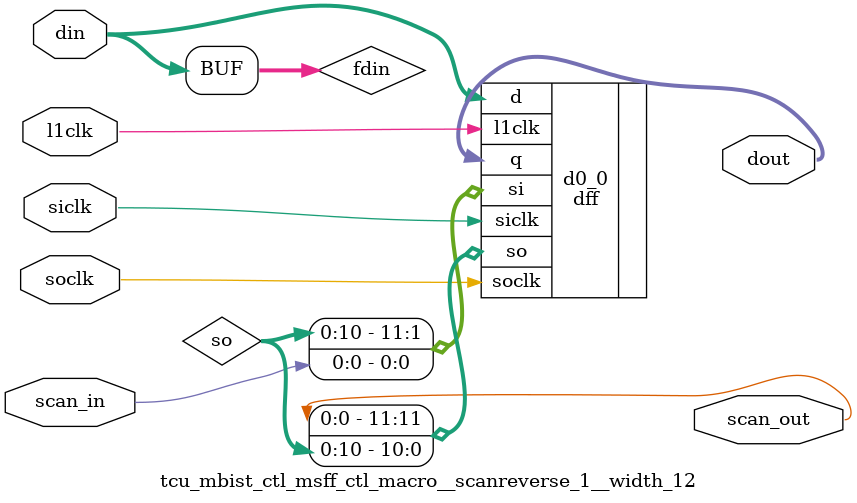
<source format=v>
`define CNT_ADDR_HI 14
`define CNT_ADDR_LO 12
`define IAB_ADDR_HI 11
`define IAB_ADDR_LO 9
`define DAB_ADDR_HI 8
`define DAB_ADDR_LO 6
`define EXT_ADDR_HI 5
`define EXT_ADDR_LO 3
`define AE_ADDR_HI 2
`define AE_ADDR_LO 0

`define WATCH_POINT 2'b00  
`define HARD_STOP 2'b01
`define SOFT_STOP 2'b10
`define START_COUNT 2'b11

//debug event status bit location
`define CNT 4
`define IAB 3
`define DAB 2
`define EXT 1
`define AE 0

// UCB defines, copied from Niagara iop/include/sys.h or iop.h
`define UCB_BUF_HI            11        // (2) buffer ID
`define UCB_BUF_LO            10
`define UCB_THR_HI             9        // (6) cpu/thread ID
`define UCB_THR_LO             4
`define UCB_DATA_HI          127        // (64) data
`define UCB_DATA_LO           64
`define UCB_PKT_HI             3        // (4) packet type
`define UCB_PKT_LO             0
`define UCB_READ_ACK         4'b0001
`define UCB_READ_REQ         4'b0100    // req types
`define UCB_WRITE_ACK        4'b0010
`define UCB_WRITE_REQ        4'b0101
`define UCB_SIZE_HI           14        // (3) request size
`define UCB_SIZE_LO           12
`define UCB_BID_TAP          2'b01
`define UCB_ADDR_HI           54        // (40) bit address
`define UCB_ADDR_LO           15
`define PCX_SZ_8B    3'b011  // encoding for 8B access

// MBIST Defines
`define NUM_TOTAL_MBIST_M1			47
`define NUM_TOTAL_MBIST				48

`define NUM_TOTAL_LBIST				8
`define NUM_TOTAL_LBIST_M1			7

`define MBIST_IDLE       4'd0
`define POR_CLR_DF       4'd1
`define POR_START        4'd2
`define POR_CLR_START    4'd3
`define POR_END_WAIT     4'd4
`define WMR_DUMMY        4'd5
`define WMR_CLR_DF       4'd6
`define WMR_START        4'd7
`define WMR_CLR_START    4'd8
`define WMR_END_WAIT     4'd9
`define BISX_CLR_DF      4'd10
`define BISX_START       4'd11
`define BISX_CLR_START   4'd12



module tcu_mbist_ctl (
  l2clk, 
  scan_in, 
  scan_out, 
  tcu_int_aclk, 
  tcu_int_bclk, 
  tcu_int_se, 
  tcu_int_ce, 
  tcu_pce_ov, 
  tcu_rst_flush_init_ack, 
  start_bisx_por, 
  start_bisx_wmr, 
  stop_bisx_wmr, 
  tcu_bisx_done, 
  mbist_clk_stop_req, 
  mbist_done, 
  mbist_fail, 
  mbist_done_fail, 
  core_avail, 
  mbist_clkstpen, 
  lb_tcu_done_d, 
  mb_tcu_done, 
  mb_tcu_fail, 
  tcu_mb_start, 
  tcu_mbist_bisi_en, 
  tcu_mbist_user_mode, 
  lb_tcu_done, 
  tcu_spc_lbist_start, 
  dmo_coresel, 
  dmo_dcmuxctl, 
  dmo_icmuxctl, 
  spc4_dmo_dout, 
  spc6_dmo_dout, 
  l2t4_dmo_dout, 
  l2t6_dmo_dout, 
  dmo_l2tsel, 
  dmo_tagmuxctl, 
  rtx_tcu_dmo_data_out, 
  tds_tcu_dmo_dout, 
  rdp_tcu_dmo_dout, 
  tcu_rtx_dmo_ctl, 
  tcu_mio_dmo_data, 
  tcu_mio_dmo_sync, 
  tcu_mio_mbist_done, 
  tcu_mio_mbist_fail, 
  tcu_mio_jtag_membist_mode, 
  jtag_dmo_enable, 
  jtag_dmo_control_upd, 
  jtag_dmo_control, 
  dmo_cfg, 
  cmp_io2x_sync_en, 
  io_cmp_sync_en, 
  cmp_io_sync_en, 
  ncu_spc0_core_available, 
  ncu_spc1_core_available, 
  ncu_spc2_core_available, 
  ncu_spc3_core_available, 
  ncu_spc4_core_available, 
  ncu_spc5_core_available, 
  ncu_spc6_core_available, 
  ncu_spc7_core_available, 
  ncu_spc0_core_enable_status, 
  ncu_spc1_core_enable_status, 
  ncu_spc2_core_enable_status, 
  ncu_spc3_core_enable_status, 
  ncu_spc4_core_enable_status, 
  ncu_spc5_core_enable_status, 
  ncu_spc6_core_enable_status, 
  ncu_spc7_core_enable_status, 
  ncu_spc_pm, 
  ncu_spc_ba01, 
  ncu_spc_ba23, 
  ncu_spc_ba45, 
  ncu_spc_ba67, 
  ncu_tcu_bank_avail, 
  bank_avail, 
  tcu_test_protect, 
  tcu_test_protect_cmp, 
  jtag_csr_wr, 
  jtag_csr_addr, 
  jtag_csr_data, 
  ucb_csr_wr, 
  ucb_csr_addr, 
  ucb_data_out, 
  ac_test_mode, 
  csr_ucb_data, 
  csdel_data, 
  cycle_count, 
  tcu_dcr, 
  de_count, 
  debug_reg_hard_stop_domain_1st, 
  tcu_peu_entestcfg, 
  debug_cycle_counter_stop_to_mbc, 
  mbist_clk_stop_to_mbc, 
  debug_cycle_counter_stop, 
  mbist_clk_stop, 
  cycle_stretch_to_mbc, 
  cycle_stretch);
wire l1en;
wire pce_ov;
wire stop;
wire se;
wire siclk;
wire soclk;
wire l1clk;
wire jtag_csr_wr_sync_reg_scanin;
wire jtag_csr_wr_sync_reg_scanout;
wire jtag_csr_wr_sync;
wire mb_tcu_done_36_sync_reg_scanin;
wire mb_tcu_done_36_sync_reg_scanout;
wire mb_tcu_done_36_sync;
wire mb_tcu_fail_36_sync_reg_scanin;
wire mb_tcu_fail_36_sync_reg_scanout;
wire mb_tcu_fail_36_sync;
wire tcu_mbist_sync_en_reg_scanin;
wire tcu_mbist_sync_en_reg_scanout;
wire io_cmp_sync_en_local;
wire cmp_io_sync_en_local;
wire cmp_io2x_sync_en_local;
wire tcu_test_protect_cmp_reg_scanin;
wire tcu_test_protect_cmp_reg_scanout;
wire tcu_test_protect_sync;
wire ucb_csr_wr_sync_reg_scanin;
wire ucb_csr_wr_sync_reg_scanout;
wire ucb_csr_wr_sync;
wire ucb_csr_addr_sync_reg_scanin;
wire ucb_csr_addr_sync_reg_scanout;
wire [5:0] ucb_csr_addr_sync;
wire ucb_sel_mbist_mode;
wire ucb_sel_mbist_bypass;
wire ucb_sel_mbist_start;
wire ucb_sel_mbist_abort;
wire ucb_sel_mbist_result;
wire ucb_sel_mbist_get_done;
wire ucb_sel_mbist_get_fail;
wire ucb_sel_mbist_start_wmr;
wire ucb_sel_lbist_mode;
wire ucb_sel_lbist_bypass;
wire ucb_sel_lbist_start;
wire ucb_sel_lbist_get_done;
wire ucb_sel_cycle_count;
wire ucb_sel_dcr;
wire ucb_sel_dec;
wire ucb_sel_clkstp_delay;
wire ucb_sel_clk_domain;
wire ucb_sel_peu_entestcfg;
wire ucb_wr_mbist_mode;
wire ucb_wr_mbist_bypass;
wire ucb_wr_mbist_start;
wire ucb_wr_mbist_abort;
wire ucb_wr_mbist_start_wmr;
wire ucb_wr_lbist_mode;
wire ucb_wr_lbist_bypass;
wire ucb_wr_lbist_start;
wire ucb_wr_peu_entestcfg;
wire jtag_sel_mbist_mode;
wire jtag_sel_mbist_bypass;
wire jtag_sel_mbist_start;
wire jtag_sel_mbist_abort;
wire jtag_sel_mbist_start_wmr;
wire jtag_sel_lbist_mode;
wire jtag_sel_lbist_bypass;
wire jtag_sel_lbist_start;
wire jtag_sel_lbist_abort;
wire jtag_wr_mbist_mode;
wire jtag_wr_mbist_bypass;
wire jtag_wr_mbist_start;
wire jtag_wr_mbist_abort;
wire jtag_wr_mbist_start_wmr;
wire jtag_wr_lbist_mode;
wire jtag_wr_lbist_bypass;
wire jtag_wr_lbist_start;
wire jtag_wr_lbist_abort;
wire [3:0] csr_mbist_mode_din;
wire [3:0] csr_mbist_mode;
wire csr_mbist_mode_reg_scanin;
wire csr_mbist_mode_reg_scanout;
wire tcu_mbist_loop_mode;
wire parallel;
wire hold_start;
wire [47:0] csr_mbist_bypass_din;
wire [47:0] csr_mbist_bypass;
wire csr_mbist_bypass_reg_scanin;
wire csr_mbist_bypass_reg_scanout;
wire csr_mbist_start_reg_scanin;
wire csr_mbist_start_reg_scanout;
wire csr_mbist_start;
wire csr_mbist_abort_din;
wire csr_mbist_abort_reg_scanin;
wire csr_mbist_abort_reg_scanout;
wire csr_mbist_abort;
wire csr_mbist_abort_d_reg_scanin;
wire csr_mbist_abort_d_reg_scanout;
wire csr_mbist_abort_d;
wire csr_mbist_abort_up;
wire csr_mbist_start_wmr_din;
wire clr_mbist_start_wmr;
wire csr_mbist_start_wmr;
wire csr_mbist_start_wmr_reg_scanin;
wire csr_mbist_start_wmr_reg_scanout;
wire [47:0] mbist_done_din;
wire mbist_start_io_sync;
wire [47:0] mbist_skip;
wire [47:0] mb_tcu_done_d;
wire mbist_done_reg_scanin;
wire mbist_done_reg_scanout;
wire [47:0] mbist_fail_din;
wire [47:0] mb_tcu_fail_d;
wire mbist_fail_reg_scanin;
wire mbist_fail_reg_scanout;
wire [1:0] mbist_done_fail_din;
wire [47:0] mbist_skip_or_done;
wire mbist_done_fail_reg_scanin;
wire mbist_done_fail_reg_scanout;
wire mbist_all_done;
wire mbist_all_done_real_time;
wire mbist_one_fail_real_time;
wire [1:0] csr_lbist_mode_din;
wire [1:0] csr_lbist_mode;
wire csr_lbist_mode_reg_scanin;
wire csr_lbist_mode_reg_scanout;
wire [7:0] csr_lbist_bypass_din;
wire [7:0] csr_lbist_bypass;
wire csr_lbist_bypass_reg_scanin;
wire csr_lbist_bypass_reg_scanout;
wire csr_lbist_start_din;
wire lbist_all_done;
wire csr_lbist_start;
wire csr_lbist_start_reg_scanin;
wire csr_lbist_start_reg_scanout;
wire csr_lbist_start_d_reg_scanin;
wire csr_lbist_start_d_reg_scanout;
wire csr_lbist_start_d;
wire csr_lbist_start_up;
wire [7:0] csr_lbist_done_din;
wire [7:0] csr_lbist_done;
wire csr_lbist_done_reg_scanin;
wire csr_lbist_done_reg_scanout;
wire csr_peu_entestcfg_din;
wire csr_peu_entestcfg;
wire csr_peu_entestcfg_reg_scanin;
wire csr_peu_entestcfg_reg_scanout;
wire [63:0] csr_ucb_data_din;
wire csr_ucb_data_reg_scanin;
wire csr_ucb_data_reg_scanout;
wire start_bisx_por_d_reg_scanin;
wire start_bisx_por_d_reg_scanout;
wire start_bisx_por_d;
wire start_bisx_por_up;
wire [3:0] state;
wire bisx_counter_en;
wire bisx_time_out;
wire tcu_mbist_state_reg_scanin;
wire tcu_mbist_state_reg_scanout;
wire mbist_start_io_sync_reg_scanin;
wire mbist_start_io_sync_reg_scanout;
wire hold_start_reg_scanin;
wire hold_start_reg_scanout;
wire clr_mbist_start_wmr_reg_scanin;
wire clr_mbist_start_wmr_reg_scanout;
wire tcu_mbist_user_mode_reg_scanin;
wire tcu_mbist_user_mode_reg_scanout;
wire [17:0] mb_tcu_done_stg_din;
wire mb_tcu_done_stg_reg_scanin;
wire mb_tcu_done_stg_reg_scanout;
wire [17:0] mb_tcu_done_stg;
wire [31:0] mb_tcu_done_d_cmp_din;
wire mb_tcu_done_d_cmp_reg_scanin;
wire mb_tcu_done_d_cmp_reg_scanout;
wire [31:0] mb_tcu_done_d_cmp;
wire [15:0] mb_tcu_done_d_io_din;
wire mb_tcu_done_d_io_reg_scanin;
wire mb_tcu_done_d_io_reg_scanout;
wire [15:0] mb_tcu_done_d_io;
wire [17:0] mb_tcu_fail_stg_din;
wire mb_tcu_fail_stg_reg_scanin;
wire mb_tcu_fail_stg_reg_scanout;
wire [17:0] mb_tcu_fail_stg;
wire [31:0] mb_tcu_fail_d_cmp_din;
wire mb_tcu_fail_d_cmp_reg_scanin;
wire mb_tcu_fail_d_cmp_reg_scanout;
wire [31:0] mb_tcu_fail_d_cmp;
wire [15:0] mb_tcu_fail_d_io_din;
wire mb_tcu_fail_d_io_reg_scanin;
wire mb_tcu_fail_d_io_reg_scanout;
wire [15:0] mb_tcu_fail_d_io;
wire [7:0] tcu_core_avail;
wire [7:0] core_avail_din;
wire core_avail_reg_scanin;
wire core_avail_reg_scanout;
wire [7:0] bank_avail_din;
wire bank_avail_reg_scanin;
wire bank_avail_reg_scanout;
wire [7:0] ncu_core_enable_status;
wire [7:0] core_enable_status_din;
wire [7:0] core_enable_status;
wire core_enable_status_reg_scanin;
wire core_enable_status_reg_scanout;
wire [4:0] ncu_bank_enable_status;
wire [4:0] bank_enable_status_din;
wire [4:0] bank_enable_status;
wire bank_enable_status_reg_scanin;
wire bank_enable_status_reg_scanout;
wire [7:0] bank_enable_status_8;
wire [3:0] bank_avail_4;
wire [47:0] not_core_avail_48;
wire [47:0] not_core_enable_48;
wire [47:0] not_bank_avail_48;
wire [47:0] not_bank_enable_48;
wire prev_skip_done_reg_scanin;
wire prev_skip_done_reg_scanout;
wire [47:0] tcu_mb_start_din;
wire [31:0] tcu_mb_start_d_cmp_din;
wire tcu_mb_start_d_cmp_reg_scanin;
wire tcu_mb_start_d_cmp_reg_scanout;
wire [31:0] tcu_mb_start_d_cmp;
wire [17:0] tcu_mb_start_d2_cmp_din;
wire tcu_mb_start_d2_cmp_reg_scanin;
wire tcu_mb_start_d2_cmp_reg_scanout;
wire [17:0] tcu_mb_start_d2_cmp;
wire [15:0] tcu_mb_start_d_io_din;
wire tcu_mb_start_d_io_reg_scanin;
wire tcu_mb_start_d_io_reg_scanout;
wire [15:0] tcu_mb_start_d_io;
wire tcu_bisx_done_reg_scanin;
wire tcu_bisx_done_reg_scanout;
wire bisx_counter_en_reg_scanin;
wire bisx_counter_en_reg_scanout;
wire [31:0] bisx_counter_din;
wire [31:0] bisx_counter;
wire bisx_counter_reg_scanin;
wire bisx_counter_reg_scanout;
wire tcu_lb_tcu_done_reg_scanin;
wire tcu_lb_tcu_done_reg_scanout;
wire [7:0] lb_prev_clear;
wire [7:0] lbist_skip_or_done;
wire lbist_all_done_din;
wire lbist_all_done_reg_scanin;
wire lbist_all_done_reg_scanout;
wire [7:0] lb_start;
wire tcu_lbist_start_reg_scanin;
wire tcu_lbist_start_reg_scanout;
wire tcu_mb_clkstop_reg_scanin;
wire tcu_mb_clkstop_reg_scanout;
wire mb_clkstop_req;
wire tcu_dmo_ctl_scanin;
wire tcu_dmo_ctl_scanout;
wire spare_flops_scanin;
wire spare_flops_scanout;
wire [11:0] spare_flops_d;
wire [11:0] spare_flops_q;
wire spare9_flop_d;
wire spare3_flop_d;
wire spare0_flop_d;
wire [11:1] spare_flops_unused;
wire spare9_flop_q;
wire spare3_flop_q;
wire spare0_flop_q;


// global
input         l2clk;
input         scan_in;
output        scan_out;
input         tcu_int_aclk;
input         tcu_int_bclk;
input         tcu_int_se;
input         tcu_int_ce;
input         tcu_pce_ov;

// Interface with sigmux_ctl
input         tcu_rst_flush_init_ack;
input         start_bisx_por;
input         start_bisx_wmr;
input         stop_bisx_wmr;
output        tcu_bisx_done;
output        mbist_clk_stop_req;

// JTAG interface
output [47:0] mbist_done;
output [47:0] mbist_fail;
output [1:0]  mbist_done_fail;
output [7:0]  core_avail;
input         mbist_clkstpen;

output [7:0]  lb_tcu_done_d;

// core/SOC interface
input [47:0]  mb_tcu_done;
input [47:0]  mb_tcu_fail;
output [47:0] tcu_mb_start; 
output        tcu_mbist_bisi_en;
output        tcu_mbist_user_mode;

input [7:0]   lb_tcu_done;
output [7:0]  tcu_spc_lbist_start; 

// DMO Memory BIST Direct-Output Observe: For SPCs
output [5:0]  dmo_coresel;   // to SPC {4,5,1,6,7,3}
output        dmo_dcmuxctl;   // to all SPCs
output        dmo_icmuxctl;   // to all SPCs

input [35:0]  spc4_dmo_dout; // Mux'ed data from spc4
input [35:0]  spc6_dmo_dout; // Mux'ed data from spc6

// DMO MBIST Direct Observe: For L2 Tags
input [38:0]  l2t4_dmo_dout; // Mux'ed data from l2t4
input [38:0]  l2t6_dmo_dout; // Mux'ed data from l2t6

output [5:0]  dmo_l2tsel;    // to l2t {1,5,4 & 3,7,6}
output        dmo_tagmuxctl; // to all l2ts

// DMO MBIST Direct Observe: For NIU (RTX, RDP, TDS)
input [39:0]  rtx_tcu_dmo_data_out;
input [39:0]  tds_tcu_dmo_dout;
input [39:0]  rdp_tcu_dmo_dout;

output [2:0]  tcu_rtx_dmo_ctl; // Mux Control 

// DMO Output to MIO (Chip Pins)
output [39:0] tcu_mio_dmo_data; // final data to pins
output        tcu_mio_dmo_sync;
output        tcu_mio_mbist_done;
output        tcu_mio_mbist_fail;
output        tcu_mio_jtag_membist_mode;

// DMO JTAG Interface
input         jtag_dmo_enable; // enables DMO port
input         jtag_dmo_control_upd;
input [47:0]  jtag_dmo_control;
output [47:0] dmo_cfg;

// Synchronizer
input         cmp_io2x_sync_en;
input         io_cmp_sync_en;
input         cmp_io_sync_en;

// NCU interface
input         ncu_spc0_core_available;
input         ncu_spc1_core_available;
input         ncu_spc2_core_available;
input         ncu_spc3_core_available;
input         ncu_spc4_core_available;
input         ncu_spc5_core_available;
input         ncu_spc6_core_available;
input         ncu_spc7_core_available;
input         ncu_spc0_core_enable_status;
input         ncu_spc1_core_enable_status;
input         ncu_spc2_core_enable_status;
input         ncu_spc3_core_enable_status;
input         ncu_spc4_core_enable_status;
input         ncu_spc5_core_enable_status;
input         ncu_spc6_core_enable_status;
input         ncu_spc7_core_enable_status;
input         ncu_spc_pm;
input         ncu_spc_ba01;
input         ncu_spc_ba23;
input         ncu_spc_ba45;
input         ncu_spc_ba67;

input  [7:0]  ncu_tcu_bank_avail;
output [7:0]  bank_avail;

// UCB/CSR Related
input         tcu_test_protect;
output        tcu_test_protect_cmp;
input         jtag_csr_wr;
input [5:0]   jtag_csr_addr;
input [47:0]  jtag_csr_data;
input         ucb_csr_wr;
input [5:0]   ucb_csr_addr;
input [63:0]  ucb_data_out;
input         ac_test_mode;

output [63:0] csr_ucb_data;

input [6:0]   csdel_data;     // From sigmux_ctl
input [63:0]  cycle_count;    // From dbg_ctl
input [3:0]   tcu_dcr;        // From dbg_ctl
input [31:0]  de_count;       // From dbg_ctl
input [23:0]  debug_reg_hard_stop_domain_1st; // From regs_ctl

output        tcu_peu_entestcfg;

// For ECO C to use spare flops to flop these signals for timing
input         debug_cycle_counter_stop_to_mbc; // ECO C
input         mbist_clk_stop_to_mbc;           // ECO C
output        debug_cycle_counter_stop;        // ECO C
output        mbist_clk_stop;                  // ECO C
// For ECO D to use spare flops to flop these signals for timing
input         cycle_stretch_to_mbc;            // ECO D
output        cycle_stretch;                   // ECO D

reg           hold_start_din;
reg           set_bisi_en;
reg           clr_done_fail;
reg           clr_mbist_start_wmr_din;
reg           csr_mbist_start_din;
reg           tcu_bisx_done_din;
reg           bisx_counter_en_din;
reg [3:0]     next_state;

wire [47:1]   prev_skip_done;
wire [47:1]   prev_skip_done_din;

// Scan reassigns
assign l1en   = tcu_int_ce;
assign pce_ov = tcu_pce_ov;
assign stop   = 1'b0;
assign se     = tcu_int_se;
assign siclk  = tcu_int_aclk;
assign soclk  = tcu_int_bclk;

tcu_mbist_ctl_l1clkhdr_ctl_macro ucb_clkgen (
   .l2clk  (l2clk),
   .l1clk  (l1clk  ),
  .l1en(l1en),
  .pce_ov(pce_ov),
  .stop(stop),
  .se(se));

//================================================================================
// Synchronizers
// TCK -> CMP
//================================================================================
cl_sc1_clksyncff_4x jtag_csr_wr_sync_reg (
   .si    ( jtag_csr_wr_sync_reg_scanin  ),
   .so    ( jtag_csr_wr_sync_reg_scanout ),
   .l1clk ( l1clk                        ),
   .d     ( jtag_csr_wr                  ),
   .q     ( jtag_csr_wr_sync             ),
  .siclk(siclk),
  .soclk(soclk));

//================================================================================
// Synchronizers
// SERDES -> CMP
//================================================================================
cl_sc1_clksyncff_4x mb_tcu_done_36_sync_reg (
   .si    ( mb_tcu_done_36_sync_reg_scanin  ),
   .so    ( mb_tcu_done_36_sync_reg_scanout ),
   .l1clk ( l1clk                           ),
   .d     ( mb_tcu_done[36]                 ),
   .q     ( mb_tcu_done_36_sync             ),
  .siclk(siclk),
  .soclk(soclk));

cl_sc1_clksyncff_4x mb_tcu_fail_36_sync_reg (
   .si    ( mb_tcu_fail_36_sync_reg_scanin  ),
   .so    ( mb_tcu_fail_36_sync_reg_scanout ),
   .l1clk ( l1clk                           ),
   .d     ( mb_tcu_fail[36]                 ),
   .q     ( mb_tcu_fail_36_sync             ),
  .siclk(siclk),
  .soclk(soclk));

//================================================================================
// Flop the Sync Enable Output from clkgen_tcu_cmp
//================================================================================
tcu_mbist_ctl_msff_ctl_macro__width_3 tcu_mbist_sync_en_reg  ( 
   .scan_in  ( tcu_mbist_sync_en_reg_scanin                                         ),
   .scan_out ( tcu_mbist_sync_en_reg_scanout                                        ),
   .l1clk    ( l1clk                                                                ),
   .din      ( {io_cmp_sync_en,       cmp_io_sync_en,       cmp_io2x_sync_en}       ), 
   .dout     ( {io_cmp_sync_en_local, cmp_io_sync_en_local, cmp_io2x_sync_en_local} ),
  .siclk(siclk),
  .soclk(soclk));

//================================================================================
// Synchronize tcu_test_protect
//================================================================================
tcu_mbist_ctl_msff_ctl_macro__en_1__width_1 tcu_test_protect_cmp_reg   (
   .scan_in  ( tcu_test_protect_cmp_reg_scanin  ),
   .scan_out ( tcu_test_protect_cmp_reg_scanout ),
   .l1clk    ( l1clk                            ),
   .en       ( io_cmp_sync_en_local             ),
   .din      ( tcu_test_protect                 ),
   .dout     ( tcu_test_protect_sync            ),
  .siclk(siclk),
  .soclk(soclk));

assign tcu_test_protect_cmp  = ac_test_mode     |  tcu_test_protect_sync;

//==================================================
// UCB CREG Access
//==================================================
//================================================================================
// Synchronize ucb_csr_wr
// FROM IO to CMP
//================================================================================
tcu_mbist_ctl_msff_ctl_macro__en_1__width_1 ucb_csr_wr_sync_reg   (
   .scan_in  ( ucb_csr_wr_sync_reg_scanin  ),
   .scan_out ( ucb_csr_wr_sync_reg_scanout ),
   .l1clk    ( l1clk                       ),
   .en       ( io_cmp_sync_en_local        ),
   .din      ( ucb_csr_wr                  ),
   .dout     ( ucb_csr_wr_sync             ),
  .siclk(siclk),
  .soclk(soclk));

tcu_mbist_ctl_msff_ctl_macro__en_1__width_6 ucb_csr_addr_sync_reg   (
   .scan_in  ( ucb_csr_addr_sync_reg_scanin  ),
   .scan_out ( ucb_csr_addr_sync_reg_scanout ),
   .l1clk    ( l1clk                         ),
   .en       ( io_cmp_sync_en_local          ),
   .din      ( ucb_csr_addr[5:0]             ),
   .dout     ( ucb_csr_addr_sync[5:0]        ),
  .siclk(siclk),
  .soclk(soclk));

assign ucb_sel_mbist_mode        = (ucb_csr_addr_sync == 6'h0);
assign ucb_sel_mbist_bypass      = (ucb_csr_addr_sync == 6'h1);
assign ucb_sel_mbist_start       = (ucb_csr_addr_sync == 6'h2);
assign ucb_sel_mbist_abort       = (ucb_csr_addr_sync == 6'h3);
assign ucb_sel_mbist_result      = (ucb_csr_addr_sync == 6'h4);
assign ucb_sel_mbist_get_done    = (ucb_csr_addr_sync == 6'h5);
assign ucb_sel_mbist_get_fail    = (ucb_csr_addr_sync == 6'h6);
assign ucb_sel_mbist_start_wmr   = (ucb_csr_addr_sync == 6'h7);
assign ucb_sel_lbist_mode        = (ucb_csr_addr_sync == 6'h8);
assign ucb_sel_lbist_bypass      = (ucb_csr_addr_sync == 6'h9);
assign ucb_sel_lbist_start       = (ucb_csr_addr_sync == 6'hA);
assign ucb_sel_lbist_get_done    = (ucb_csr_addr_sync == 6'hC);
assign ucb_sel_cycle_count       = (ucb_csr_addr_sync == 6'h20);
assign ucb_sel_dcr               = (ucb_csr_addr_sync == 6'h21);
assign ucb_sel_dec               = (ucb_csr_addr_sync == 6'h23);
assign ucb_sel_clkstp_delay      = (ucb_csr_addr_sync == 6'h24);
assign ucb_sel_clk_domain        = (ucb_csr_addr_sync == 6'h25);
assign ucb_sel_peu_entestcfg     = (ucb_csr_addr_sync == 6'h30);


assign ucb_wr_mbist_mode      = ucb_csr_wr_sync && ucb_sel_mbist_mode;
assign ucb_wr_mbist_bypass    = ucb_csr_wr_sync && ucb_sel_mbist_bypass;
assign ucb_wr_mbist_start     = ucb_csr_wr_sync && ucb_sel_mbist_start && ucb_data_out[0];
assign ucb_wr_mbist_abort     = ucb_csr_wr_sync && ucb_sel_mbist_abort && ucb_data_out[0];
assign ucb_wr_mbist_start_wmr = ucb_csr_wr_sync && ucb_sel_mbist_start_wmr && ucb_data_out[0];
assign ucb_wr_lbist_mode      = ucb_csr_wr_sync && ucb_sel_lbist_mode;
assign ucb_wr_lbist_bypass    = ucb_csr_wr_sync && ucb_sel_lbist_bypass;
assign ucb_wr_lbist_start     = ucb_csr_wr_sync && ucb_sel_lbist_start;
assign ucb_wr_peu_entestcfg   = ucb_csr_wr_sync && ucb_sel_peu_entestcfg;

assign jtag_sel_mbist_mode        = (jtag_csr_addr == 6'h0);
assign jtag_sel_mbist_bypass      = (jtag_csr_addr == 6'h1);
assign jtag_sel_mbist_start       = (jtag_csr_addr == 6'h2);
assign jtag_sel_mbist_abort       = (jtag_csr_addr == 6'h3);
assign jtag_sel_mbist_start_wmr   = (jtag_csr_addr == 6'h7);
assign jtag_sel_lbist_mode        = (jtag_csr_addr == 6'h8);
assign jtag_sel_lbist_bypass      = (jtag_csr_addr == 6'h9);
assign jtag_sel_lbist_start       = (jtag_csr_addr == 6'hA);
assign jtag_sel_lbist_abort       = (jtag_csr_addr == 6'hB);

assign jtag_wr_mbist_mode      = jtag_csr_wr_sync && jtag_sel_mbist_mode;
assign jtag_wr_mbist_bypass    = jtag_csr_wr_sync && jtag_sel_mbist_bypass;
assign jtag_wr_mbist_start     = jtag_csr_wr_sync && jtag_sel_mbist_start;
assign jtag_wr_mbist_abort     = jtag_csr_wr_sync && jtag_sel_mbist_abort;
assign jtag_wr_mbist_start_wmr = jtag_csr_wr_sync && jtag_sel_mbist_start_wmr;
assign jtag_wr_lbist_mode      = jtag_csr_wr_sync && jtag_sel_lbist_mode;
assign jtag_wr_lbist_bypass    = jtag_csr_wr_sync && jtag_sel_lbist_bypass;
assign jtag_wr_lbist_start     = jtag_csr_wr_sync && jtag_sel_lbist_start;
assign jtag_wr_lbist_abort     = jtag_csr_wr_sync && jtag_sel_lbist_abort;


//==================================================
// MBIST MODE CREG
//==================================================
assign {csr_mbist_mode_din[3:2], csr_mbist_mode_din[0]} =
          jtag_wr_mbist_mode  ? {jtag_csr_data[3:2], jtag_csr_data[0]}  :
          ucb_wr_mbist_mode   ? {ucb_data_out[3:2], ucb_data_out[0]}    :
                                {csr_mbist_mode[3:2], csr_mbist_mode[0]};

assign csr_mbist_mode_din[1] = jtag_wr_mbist_mode  ? jtag_csr_data[1] :
                               ucb_wr_mbist_mode   ? ucb_data_out[1]  :
                               set_bisi_en         ? 1'b1             :
                                                     tcu_mbist_bisi_en;

tcu_mbist_ctl_msff_ctl_macro__width_4 csr_mbist_mode_reg  (
   .scan_in  ( csr_mbist_mode_reg_scanin  ),
   .scan_out ( csr_mbist_mode_reg_scanout ),
   .l1clk    ( l1clk                      ),
   .din      ( csr_mbist_mode_din[3:0]    ), 
   .dout     ( csr_mbist_mode[3:0]        ),
  .siclk(siclk),
  .soclk(soclk));

assign tcu_mbist_loop_mode = csr_mbist_mode[3];
assign tcu_mbist_bisi_en   = csr_mbist_mode[1];
assign parallel            = csr_mbist_mode[0] || hold_start;

//==================================================
// MBIST BYPASS CREG
//==================================================
assign csr_mbist_bypass_din[47:0] = jtag_wr_mbist_bypass ? jtag_csr_data[47:0] :
                                    ucb_wr_mbist_bypass  ? ucb_data_out[47:0] :
                                                           csr_mbist_bypass[47:0];
tcu_mbist_ctl_msff_ctl_macro__width_48 csr_mbist_bypass_reg  (
   .scan_in  ( csr_mbist_bypass_reg_scanin  ),
   .scan_out ( csr_mbist_bypass_reg_scanout ),
   .l1clk    ( l1clk                        ),
   .din      ( csr_mbist_bypass_din[47:0]   ), 
   .dout     ( csr_mbist_bypass[47:0]       ),
  .siclk(siclk),
  .soclk(soclk));


//==================================================
// MBIST START CREG
//==================================================
tcu_mbist_ctl_msff_ctl_macro__width_1 csr_mbist_start_reg  (
   .scan_in  ( csr_mbist_start_reg_scanin  ),
   .scan_out ( csr_mbist_start_reg_scanout ),
   .l1clk    ( l1clk                       ),
   .din      ( csr_mbist_start_din         ), 
   .dout     ( csr_mbist_start             ),
  .siclk(siclk),
  .soclk(soclk));


//==================================================
// MBIST ABORT CREG
//==================================================
assign csr_mbist_abort_din = jtag_wr_mbist_abort ? 1'b1 :
                             ucb_wr_mbist_abort  ? ucb_data_out[0] : 1'b0;
tcu_mbist_ctl_msff_ctl_macro__width_1 csr_mbist_abort_reg  (
   .scan_in  ( csr_mbist_abort_reg_scanin  ),
   .scan_out ( csr_mbist_abort_reg_scanout ),
   .l1clk    ( l1clk                       ),
   .din      ( csr_mbist_abort_din         ), 
   .dout     ( csr_mbist_abort             ),
  .siclk(siclk),
  .soclk(soclk));

tcu_mbist_ctl_msff_ctl_macro__width_1 csr_mbist_abort_d_reg  (
   .scan_in  ( csr_mbist_abort_d_reg_scanin  ),
   .scan_out ( csr_mbist_abort_d_reg_scanout ),
   .l1clk    ( l1clk                         ),
   .din      ( csr_mbist_abort               ), 
   .dout     ( csr_mbist_abort_d             ),
  .siclk(siclk),
  .soclk(soclk));

assign csr_mbist_abort_up = csr_mbist_abort && !csr_mbist_abort_d;

//==================================================
// MBIST START WMR CREG
//==================================================
assign csr_mbist_start_wmr_din = jtag_wr_mbist_start_wmr ? jtag_csr_data[0] :
                                 ucb_wr_mbist_start_wmr  ? ucb_data_out[0] :
                                 clr_mbist_start_wmr     ? 1'b0 :
                                                           csr_mbist_start_wmr;
tcu_mbist_ctl_msff_ctl_macro__width_1 csr_mbist_start_wmr_reg  (
   .scan_in  ( csr_mbist_start_wmr_reg_scanin  ),
   .scan_out ( csr_mbist_start_wmr_reg_scanout ),
   .l1clk    ( l1clk                           ),
   .din      ( csr_mbist_start_wmr_din         ), 
   .dout     ( csr_mbist_start_wmr             ),
  .siclk(siclk),
  .soclk(soclk));


//==================================================
// MBIST DONE CREG
//==================================================
assign mbist_done_din[47:0] =
             clr_done_fail       ? 48'h0 :
             mbist_start_io_sync ? ((~mbist_skip & mb_tcu_done_d) | mbist_done):
                                   mbist_done;

tcu_mbist_ctl_msff_ctl_macro__width_48 mbist_done_reg  (
   .scan_in  ( mbist_done_reg_scanin  ),
   .scan_out ( mbist_done_reg_scanout ),
   .l1clk    ( l1clk                  ),
   .din      ( mbist_done_din[47:0]   ),
   .dout     ( mbist_done[47:0]       ),
  .siclk(siclk),
  .soclk(soclk));


//================================================================================
// MBIST FAIL
// Reset to 0 before starting a new MBIST operation
// When DONE comes back capture FAIL signals
//================================================================================
assign mbist_fail_din =
             clr_done_fail       ? 48'h0 :
             mbist_start_io_sync ? ((~mbist_skip & mb_tcu_fail_d) | mbist_fail) :
                                   mbist_fail;

tcu_mbist_ctl_msff_ctl_macro__width_48 mbist_fail_reg  (
   .scan_in  ( mbist_fail_reg_scanin  ),
   .scan_out ( mbist_fail_reg_scanout ),
   .l1clk    ( l1clk                  ),
   .din      ( mbist_fail_din[47:0]   ),
   .dout     ( mbist_fail[47:0]       ),
  .siclk(siclk),
  .soclk(soclk));


//==================================================
// MBIST RESULT CREG
//==================================================
assign mbist_done_fail_din[1:0] = clr_done_fail ? 2'b0 :
                                     {(&mbist_skip_or_done && !(&mbist_skip)), |mbist_fail};
tcu_mbist_ctl_msff_ctl_macro__width_2 mbist_done_fail_reg  (
   .scan_in  ( mbist_done_fail_reg_scanin  ),
   .scan_out ( mbist_done_fail_reg_scanout ),
   .l1clk    ( l1clk                       ),
   .din      ( mbist_done_fail_din[1:0]    ),
   .dout     ( mbist_done_fail[1:0]        ),
  .siclk(siclk),
  .soclk(soclk));

assign mbist_all_done = mbist_done_fail[1];

assign mbist_all_done_real_time = mbist_done_fail_din[1];
assign mbist_one_fail_real_time = mbist_done_fail_din[0];


//==================================================
// LBIST MODE CREG
//==================================================
assign csr_lbist_mode_din[1:0] = jtag_wr_lbist_abort ? 2'b0 :
                                 jtag_wr_lbist_mode  ? jtag_csr_data[1:0] :
                                 ucb_wr_lbist_mode   ? ucb_data_out[1:0] :
                                                       csr_lbist_mode[1:0];
tcu_mbist_ctl_msff_ctl_macro__width_2 csr_lbist_mode_reg  (
   .scan_in  ( csr_lbist_mode_reg_scanin  ),
   .scan_out ( csr_lbist_mode_reg_scanout ),
   .l1clk    ( l1clk                      ),
   .din      ( csr_lbist_mode_din[1:0]    ), 
   .dout     ( csr_lbist_mode[1:0]        ),
  .siclk(siclk),
  .soclk(soclk));


//==================================================
// LBIST BYPASS CREG
//==================================================
assign csr_lbist_bypass_din[7:0] = jtag_wr_lbist_abort  ? 8'h0 :
                                   jtag_wr_lbist_bypass ? jtag_csr_data[7:0] :
                                   ucb_wr_lbist_bypass  ? ucb_data_out[7:0] :
                                                          csr_lbist_bypass[7:0];
tcu_mbist_ctl_msff_ctl_macro__width_8 csr_lbist_bypass_reg  (
   .scan_in  ( csr_lbist_bypass_reg_scanin  ),
   .scan_out ( csr_lbist_bypass_reg_scanout ),
   .l1clk    ( l1clk                        ),
   .din      ( csr_lbist_bypass_din[7:0]    ), 
   .dout     ( csr_lbist_bypass[7:0]        ),
  .siclk(siclk),
  .soclk(soclk));


//==================================================
// LBIST START CREG
//==================================================
assign csr_lbist_start_din = jtag_wr_lbist_abort ? 1'b0 :
                             jtag_wr_lbist_start ? 1'b1 :
                             ucb_wr_lbist_start  ? ucb_data_out[0] :
                             lbist_all_done      ? 1'b0 :
                                                   csr_lbist_start;
tcu_mbist_ctl_msff_ctl_macro__width_1 csr_lbist_start_reg  (
   .scan_in  ( csr_lbist_start_reg_scanin  ),
   .scan_out ( csr_lbist_start_reg_scanout ),
   .l1clk    ( l1clk                       ),
   .din      ( csr_lbist_start_din         ), 
   .dout     ( csr_lbist_start             ),
  .siclk(siclk),
  .soclk(soclk));

tcu_mbist_ctl_msff_ctl_macro__width_1 csr_lbist_start_d_reg  (
   .scan_in  ( csr_lbist_start_d_reg_scanin  ),
   .scan_out ( csr_lbist_start_d_reg_scanout ),
   .l1clk    ( l1clk                         ),
   .din      ( csr_lbist_start               ), 
   .dout     ( csr_lbist_start_d             ),
  .siclk(siclk),
  .soclk(soclk));

assign csr_lbist_start_up = csr_lbist_start && !csr_lbist_start_d;

//==================================================
// LBIST DONE
//==================================================
assign csr_lbist_done_din[7:0] = csr_lbist_start_up ?
                                    8'h0 :
                                    (csr_lbist_done | lb_tcu_done_d);

tcu_mbist_ctl_msff_ctl_macro__width_8 csr_lbist_done_reg  (
   .scan_in  ( csr_lbist_done_reg_scanin  ),
   .scan_out ( csr_lbist_done_reg_scanout ),
   .l1clk    ( l1clk                      ),
   .din      ( csr_lbist_done_din[7:0]    ), 
   .dout     ( csr_lbist_done[7:0]        ),
  .siclk(siclk),
  .soclk(soclk));


//==================================================
// PEU Test Config Enable
// CSR Only. No JTAG Access
//==================================================
assign csr_peu_entestcfg_din = ucb_wr_peu_entestcfg ?
                                  ucb_data_out[0] :
                                  csr_peu_entestcfg;

tcu_mbist_ctl_msff_ctl_macro__width_1 csr_peu_entestcfg_reg  (
   .scan_in  ( csr_peu_entestcfg_reg_scanin  ),
   .scan_out ( csr_peu_entestcfg_reg_scanout ),
   .l1clk    ( l1clk                         ),
   .din      ( csr_peu_entestcfg_din         ), 
   .dout     ( csr_peu_entestcfg             ),
  .siclk(siclk),
  .soclk(soclk));

assign tcu_peu_entestcfg = csr_peu_entestcfg;

//==================================================
// Send CSR Read Back to UCB
//==================================================
assign csr_ucb_data_din =
          ucb_sel_mbist_mode      ? {60'h0, csr_mbist_mode[3:0]}            :
          ucb_sel_mbist_bypass    ? {16'h0, csr_mbist_bypass[47:0]}         :
          ucb_sel_mbist_start     ? {63'h0, csr_mbist_start}                :
          ucb_sel_mbist_abort     ? {63'h0, csr_mbist_abort}                :
          ucb_sel_mbist_result    ? {62'h0, mbist_done_fail[1:0]}           :
          ucb_sel_mbist_get_done  ? {16'h0, mbist_done}                     :
          ucb_sel_mbist_get_fail  ? {16'h0, mbist_fail}                     :
          ucb_sel_mbist_start_wmr ? {63'h0, csr_mbist_start_wmr}            :
          ucb_sel_lbist_mode      ? {62'h0, csr_lbist_mode[1:0]}            :
          ucb_sel_lbist_bypass    ? {56'h0, csr_lbist_bypass[7:0]}          :
          ucb_sel_lbist_start     ? {63'h0, csr_lbist_start}                :
          ucb_sel_lbist_get_done  ? {56'h0, csr_lbist_done[7:0]}            :
          ucb_sel_cycle_count     ? cycle_count                             :
          ucb_sel_dcr             ? {60'h0, tcu_dcr}                        :
          ucb_sel_dec             ? {32'h0, de_count}                       :
          ucb_sel_clkstp_delay    ? {57'h0, csdel_data}                     :
          ucb_sel_peu_entestcfg   ? {63'h0, csr_peu_entestcfg}              :
          ucb_sel_clk_domain      ? {40'h0, debug_reg_hard_stop_domain_1st} :
                                    csr_ucb_data;

tcu_mbist_ctl_msff_ctl_macro__en_1__width_64 csr_ucb_data_reg   (
   .scan_in  ( csr_ucb_data_reg_scanin  ),
   .scan_out ( csr_ucb_data_reg_scanout ),
   .l1clk    ( l1clk                    ),
   .en       ( cmp_io_sync_en_local     ),
   .din      ( csr_ucb_data_din[63:0]   ), 
   .dout     ( csr_ucb_data[63:0]       ),
  .siclk(siclk),
  .soclk(soclk));


tcu_mbist_ctl_msff_ctl_macro__width_1 start_bisx_por_d_reg  (
   .scan_in  ( start_bisx_por_d_reg_scanin  ),
   .scan_out ( start_bisx_por_d_reg_scanout ),
   .l1clk    ( l1clk                        ),
   .din      ( start_bisx_por               ), 
   .dout     ( start_bisx_por_d             ),
  .siclk(siclk),
  .soclk(soclk));

assign start_bisx_por_up = start_bisx_por && !start_bisx_por_d;


//==================================================
// MBIST Control State Machine
//==================================================
always @(state or clr_mbist_start_wmr or csr_mbist_start or hold_start or
         tcu_bisx_done or bisx_counter_en or start_bisx_por_up or
         start_bisx_wmr or csr_mbist_start_wmr or jtag_wr_mbist_start or
         ucb_wr_mbist_start or csr_mbist_abort_up or tcu_rst_flush_init_ack or
         mbist_all_done or tcu_mbist_loop_mode or
         bisx_time_out or csr_mbist_mode[1])
begin
   set_bisi_en                     = 1'b0;
   clr_done_fail                   = 1'b0;
   clr_mbist_start_wmr_din         = clr_mbist_start_wmr;
   csr_mbist_start_din             = csr_mbist_start;
   hold_start_din                  = hold_start;
   tcu_bisx_done_din               = tcu_bisx_done;
   bisx_counter_en_din             = bisx_counter_en;
   next_state                      = `MBIST_IDLE;
   case (state)
      `MBIST_IDLE: begin       // 0
         clr_mbist_start_wmr_din   = 1'b0;
         if (start_bisx_por_up)
            next_state = `POR_CLR_DF;
         else if (start_bisx_wmr)
            if (csr_mbist_start_wmr)
               next_state = `WMR_CLR_DF;
            else
               next_state = `WMR_DUMMY;
         else if (jtag_wr_mbist_start || ucb_wr_mbist_start)
            next_state = `BISX_CLR_DF;
         else
            next_state = `MBIST_IDLE;
      end

      `POR_CLR_DF: begin       // 1
         clr_done_fail             = 1'b1;
         bisx_counter_en_din       = 1'b0;
         hold_start_din            = 1'b1;
         if (csr_mbist_abort_up) begin
            next_state             = `MBIST_IDLE;
         end
         else begin
            next_state             = `POR_START;
            set_bisi_en            = 1'b1;
         end
      end

      `POR_START: begin        // 2
         bisx_counter_en_din       = 1'b1;
         csr_mbist_start_din    = 1'b1;
         if (csr_mbist_abort_up)
            next_state             = `POR_CLR_START;
         else if (mbist_all_done || bisx_time_out)
            next_state             = `POR_CLR_START;
         else
            next_state             = `POR_START;
      end

      `POR_CLR_START: begin    // 3
         next_state                = `POR_END_WAIT;
         bisx_counter_en_din       = 1'b0;
         tcu_bisx_done_din         = 1'b1;
      end

      `POR_END_WAIT: begin     // 4
         if (csr_mbist_abort_up || tcu_rst_flush_init_ack) begin
            next_state             = `MBIST_IDLE;
            tcu_bisx_done_din      = 1'b0;
            hold_start_din         = 1'b0;
            csr_mbist_start_din    = 1'b0;
         end
         else
            next_state             = `POR_END_WAIT;
      end

      `WMR_DUMMY: begin        // 6 - For asserting tcu_bisx_done when no WMR BISX is programmed
         if (csr_mbist_abort_up || tcu_rst_flush_init_ack) begin
            tcu_bisx_done_din      = 1'b0;
            next_state             = `MBIST_IDLE;
         end
         else begin
            tcu_bisx_done_din      = 1'b1;
            next_state             = `WMR_DUMMY;
         end
      end

      `WMR_CLR_DF: begin       // 7
         clr_done_fail             = 1'b1;
         bisx_counter_en_din       = 1'b0;
         hold_start_din            = 1'b1;
         if (csr_mbist_abort_up) begin
            next_state             = `MBIST_IDLE;
         end
         else begin
            next_state             = `WMR_START;
         end
      end

      `WMR_START: begin        // 8
         bisx_counter_en_din       = 1'b1;
         if (csr_mbist_abort_up) begin
            next_state             = `MBIST_IDLE;
            csr_mbist_start_din    = 1'b0;
         end
         else if (mbist_all_done || bisx_time_out) begin
            next_state             = `WMR_CLR_START;
            csr_mbist_start_din    = 1'b1;
         end
         else begin
            next_state             = `WMR_START;
            csr_mbist_start_din    = 1'b1;
         end
      end

      `WMR_CLR_START: begin    // 9
         next_state                = `WMR_END_WAIT;
         clr_mbist_start_wmr_din   = 1'b1;
         bisx_counter_en_din       = 1'b0;
         tcu_bisx_done_din         = 1'b1;
      end

      `WMR_END_WAIT: begin     // 10
         if (csr_mbist_abort_up || tcu_rst_flush_init_ack) begin
            next_state             = `MBIST_IDLE;
            tcu_bisx_done_din      = 1'b0;
            hold_start_din         = 1'b0;
            csr_mbist_start_din    = 1'b0;
         end
         else
            next_state             = `WMR_END_WAIT;
      end

      `BISX_CLR_DF: begin      // 11
         clr_done_fail             = 1'b1;
         bisx_counter_en_din       = 1'b0;
         if (csr_mbist_abort_up) begin
            next_state             = `MBIST_IDLE;
         end
         else begin
            next_state             = `BISX_START;
         end
      end

      `BISX_START: begin       // 12
         if (csr_mbist_mode[1]) begin
            bisx_counter_en_din    = 1'b1;
         end
         else begin
            bisx_counter_en_din    = 1'b0;
         end
         if (csr_mbist_abort_up) begin
            next_state             = `MBIST_IDLE;
            csr_mbist_start_din    = 1'b0;
         end
         else if (mbist_all_done && !tcu_mbist_loop_mode) begin
            next_state             = `BISX_CLR_START;
            csr_mbist_start_din    = 1'b1;
         end
         else begin
            next_state = `BISX_START;
            csr_mbist_start_din    = 1'b1;
         end
      end

      `BISX_CLR_START: begin   // 13
         next_state                = `MBIST_IDLE;
         csr_mbist_start_din       = 1'b0;
         bisx_counter_en_din       = 1'b0;
      end

		default: begin
         set_bisi_en                     = 1'b0;
         clr_done_fail                   = 1'b0;
         clr_mbist_start_wmr_din         = clr_mbist_start_wmr;
         csr_mbist_start_din             = csr_mbist_start;
         hold_start_din                  = hold_start;
         tcu_bisx_done_din               = tcu_bisx_done;
         bisx_counter_en_din             = bisx_counter_en;
         next_state                      = `MBIST_IDLE;
		end
   endcase
end

tcu_mbist_ctl_msff_ctl_macro__width_4 tcu_mbist_state_reg  (
   .scan_in  ( tcu_mbist_state_reg_scanin  ),
   .scan_out ( tcu_mbist_state_reg_scanout ),
   .l1clk    ( l1clk                       ),
   .din      ( next_state[3:0]             ),
   .dout     ( state[3:0]                  ),
  .siclk(siclk),
  .soclk(soclk));


tcu_mbist_ctl_msff_ctl_macro__en_1__width_1 mbist_start_io_sync_reg   (
   .scan_in  ( mbist_start_io_sync_reg_scanin  ),
   .scan_out ( mbist_start_io_sync_reg_scanout ),
   .l1clk    ( l1clk                           ),
   .en       ( cmp_io_sync_en_local            ),
   .din      ( csr_mbist_start                 ), 
   .dout     ( mbist_start_io_sync             ),
  .siclk(siclk),
  .soclk(soclk));

tcu_mbist_ctl_msff_ctl_macro__width_1 hold_start_reg  (
   .scan_in  ( hold_start_reg_scanin  ),
   .scan_out ( hold_start_reg_scanout ),
   .l1clk    ( l1clk                  ),
   .din      ( hold_start_din         ), 
   .dout     ( hold_start             ),
  .siclk(siclk),
  .soclk(soclk));

tcu_mbist_ctl_msff_ctl_macro__width_1 clr_mbist_start_wmr_reg  (
   .scan_in  ( clr_mbist_start_wmr_reg_scanin  ),
   .scan_out ( clr_mbist_start_wmr_reg_scanout ),
   .l1clk    ( l1clk                           ),
   .din      ( clr_mbist_start_wmr_din         ), 
   .dout     ( clr_mbist_start_wmr             ),
  .siclk(siclk),
  .soclk(soclk));


tcu_mbist_ctl_msff_ctl_macro__en_1__width_1 tcu_mbist_user_mode_reg   (
   .scan_in  ( tcu_mbist_user_mode_reg_scanin  ),
   .scan_out ( tcu_mbist_user_mode_reg_scanout ),
   .l1clk    ( l1clk                           ),
   .en       ( cmp_io_sync_en_local            ),
   .din      ( csr_mbist_mode[2]               ), 
   .dout     ( tcu_mbist_user_mode             ),
  .siclk(siclk),
  .soclk(soclk));

//================================================================================
// Latch mb_tcu_done to filter DONE signals that are less than 2-cycle wide
// During loop mode, MBIST engines generate DONE pulse (1-cycle) per compare
// TCU should not turn off START signals when it sees such DONE pulses
// Since TCU doesn't know if the engines are running in loop or non-loop mode
// We need to exame the width of the DONE signals to determine if we should turn
// off START signals when DONE signals are back
// For engines running in CMP latch their DONE signals once so that we can filter
// out those DONE pulses during loop mode
// For engines running in IO clock or PEU we need at least 6 CMP to be safe
//================================================================================

//================================================================================
// First latch the DONE signal because they are coming from other clusters
// For L2T1, L2T3-7, L2B4-7, SPC1, SPC3-7, MCU2, and MCU3
// We need to latch twice because there are corresponding staging flops in some
// other blocks for every other MBIST signals
//================================================================================
assign mb_tcu_done_stg_din[17:0] = {mb_tcu_done[33:29],     // L2T7-3
                                    mb_tcu_done[27],        // L2T1
                                    mb_tcu_done[25:22],     // L2B7-4
                                    mb_tcu_done[17:16],     // MCU3-2
                                    mb_tcu_done[7:3],       // SPC7-3
                                    mb_tcu_done[1]};        // SPC1

tcu_mbist_ctl_msff_ctl_macro__width_18 mb_tcu_done_stg_reg  (
   .scan_in  ( mb_tcu_done_stg_reg_scanin  ),
   .scan_out ( mb_tcu_done_stg_reg_scanout ),
   .l1clk    ( l1clk                       ),
   .din      ( mb_tcu_done_stg_din[17:0]   ),
   .dout     ( mb_tcu_done_stg[17:0]       ),
  .siclk(siclk),
  .soclk(soclk));

assign mb_tcu_done_d_cmp_din[31:0] = {mb_tcu_done_stg[17:13],  // L2T7-3
                                      mb_tcu_done[28],         // L2T2
                                      mb_tcu_done_stg[12],     // L2T1
                                      mb_tcu_done[26],         // L2T0
                                      mb_tcu_done_stg[11:8],   // L2B7-4
                                      mb_tcu_done[21:18],      // L2B3-0
                                      mb_tcu_done_stg[7:6],    // MCU3-2
                                      mb_tcu_done[15:14],      // MCU1-0
                                      mb_tcu_done[12],         // NCU0
                                      mb_tcu_done[10],         // SIO0
                                      mb_tcu_done[9:8],        // SII
                                      mb_tcu_done_stg[5:1],    // SPC7-3
                                      mb_tcu_done[2],          // SPC2
                                      mb_tcu_done_stg[0],      // SPC1
                                      mb_tcu_done[0]};         // SPC0

tcu_mbist_ctl_msff_ctl_macro__width_32 mb_tcu_done_d_cmp_reg  (
   .scan_in  ( mb_tcu_done_d_cmp_reg_scanin  ),
   .scan_out ( mb_tcu_done_d_cmp_reg_scanout ),
   .l1clk    ( l1clk                         ),
   .din      ( mb_tcu_done_d_cmp_din[31:0]   ),
   .dout     ( mb_tcu_done_d_cmp[31:0]       ),
  .siclk(siclk),
  .soclk(soclk));

assign mb_tcu_done_d_io_din[15:0] = {mb_tcu_done[47:37],  // 15:5 (NIU)
                                     mb_tcu_done_36_sync, // 4    (PEU)
                                     mb_tcu_done[35:34],  // 3:2  (DMU)
                                     mb_tcu_done[13],     // 1    (NCU 1)
                                     mb_tcu_done[11]};    // 0    (SIO 1)

tcu_mbist_ctl_msff_ctl_macro__en_1__width_16 mb_tcu_done_d_io_reg   (
   .scan_in  ( mb_tcu_done_d_io_reg_scanin  ),
   .scan_out ( mb_tcu_done_d_io_reg_scanout ),
   .l1clk    ( l1clk                        ),
   .en       ( io_cmp_sync_en_local         ),
   .din      ( mb_tcu_done_d_io_din[15:0]   ),
   .dout     ( mb_tcu_done_d_io[15:0]       ),
  .siclk(siclk),
  .soclk(soclk));

assign mb_tcu_done_d[47:0] = {mb_tcu_done_d_io[15:2],     // (NIU, PEU, DMU)
                              mb_tcu_done_d_cmp[31:12],   // (L2T, L2B, MCU3-0)
                              mb_tcu_done_d_io[1],        // (NCU 1)
                              mb_tcu_done_d_cmp[11],      // (NCU 0)
                              mb_tcu_done_d_io[0],        // (SIO 1)
                              mb_tcu_done_d_cmp[10:0]};   // (SIO 0, SII, SPC)


//================================================================================
// Staging Flops for FAIL signals
//================================================================================
assign mb_tcu_fail_stg_din[17:0] = {mb_tcu_fail[33:29],     // [17:13] L2T7-3
                                    mb_tcu_fail[27],        // [12]    L2T1
                                    mb_tcu_fail[25:22],     // [11:8]  L2B7-4
                                    mb_tcu_fail[17:16],     // [7:6]   MCU3-2
                                    mb_tcu_fail[7:3],       // [5:1]   SPC7-3
                                    mb_tcu_fail[1]};        // [0]     SPC1

tcu_mbist_ctl_msff_ctl_macro__width_18 mb_tcu_fail_stg_reg  (
   .scan_in  ( mb_tcu_fail_stg_reg_scanin  ),
   .scan_out ( mb_tcu_fail_stg_reg_scanout ),
   .l1clk    ( l1clk                       ),
   .din      ( mb_tcu_fail_stg_din[17:0]   ),
   .dout     ( mb_tcu_fail_stg[17:0]       ),
  .siclk(siclk),
  .soclk(soclk));

assign mb_tcu_fail_d_cmp_din[31:0] = {mb_tcu_fail_stg[17:13],  // L2T7-3
                                      mb_tcu_fail[28],         // L2T2
                                      mb_tcu_fail_stg[12],     // L2T1
                                      mb_tcu_fail[26],         // L2T0
                                      mb_tcu_fail_stg[11:8],   // L2B7-4
                                      mb_tcu_fail[21:18],      // L2B3-0
                                      mb_tcu_fail_stg[7:6],    // MCU3-2
                                      mb_tcu_fail[15:14],      // MCU1-0
                                      mb_tcu_fail[12],         // NCU0
                                      mb_tcu_fail[10],         // SIO0
                                      mb_tcu_fail[9:8],        // SII
                                      mb_tcu_fail_stg[5:1],    // SPC7-3
                                      mb_tcu_fail[2],          // SPC2
                                      mb_tcu_fail_stg[0],      // SPC1
                                      mb_tcu_fail[0]};         // SPC0

tcu_mbist_ctl_msff_ctl_macro__width_32 mb_tcu_fail_d_cmp_reg  (
   .scan_in  ( mb_tcu_fail_d_cmp_reg_scanin  ),
   .scan_out ( mb_tcu_fail_d_cmp_reg_scanout ),
   .l1clk    ( l1clk                         ),
   .din      ( mb_tcu_fail_d_cmp_din[31:0]   ),
   .dout     ( mb_tcu_fail_d_cmp[31:0]       ),
  .siclk(siclk),
  .soclk(soclk));

assign mb_tcu_fail_d_io_din[15:0] = {mb_tcu_fail[47:37],  // 15:5 (NIU)
                                     mb_tcu_fail_36_sync, // 4    (PEU)
                                     mb_tcu_fail[35:34],  // 3:2  (DMU)
                                     mb_tcu_fail[13],     // 1    (NCU 1)
                                     mb_tcu_fail[11]};    // 0    (SIO 1)

tcu_mbist_ctl_msff_ctl_macro__en_1__width_16 mb_tcu_fail_d_io_reg   (
   .scan_in  ( mb_tcu_fail_d_io_reg_scanin  ),
   .scan_out ( mb_tcu_fail_d_io_reg_scanout ),
   .l1clk    ( l1clk                        ),
   .en       ( io_cmp_sync_en_local         ),
   .din      ( mb_tcu_fail_d_io_din[15:0]   ),
   .dout     ( mb_tcu_fail_d_io[15:0]       ),
  .siclk(siclk),
  .soclk(soclk));

assign mb_tcu_fail_d[47:0] = {mb_tcu_fail_d_io[15:2],     // (NIU, PEU, DMU)
                              mb_tcu_fail_d_cmp[31:12],   // (L2T, L2B, MCU3-0)
                              mb_tcu_fail_d_io[1],        // (NCU 1)
                              mb_tcu_fail_d_cmp[11],      // (NCU 0)
                              mb_tcu_fail_d_io[0],        // (SIO 1)
                              mb_tcu_fail_d_cmp[10:0]};   // (SIO 0, SII, SPC)

assign tcu_core_avail[0] = ncu_spc0_core_available;
assign tcu_core_avail[1] = ncu_spc1_core_available;
assign tcu_core_avail[2] = ncu_spc2_core_available;
assign tcu_core_avail[3] = ncu_spc3_core_available;
assign tcu_core_avail[4] = ncu_spc4_core_available;
assign tcu_core_avail[5] = ncu_spc5_core_available;
assign tcu_core_avail[6] = ncu_spc6_core_available;
assign tcu_core_avail[7] = ncu_spc7_core_available;

assign core_avail_din[7:0] = tcu_test_protect_cmp ?
                                core_avail[7:0] :
                                tcu_core_avail[7:0];

tcu_mbist_ctl_msff_ctl_macro__en_1__width_8 core_avail_reg  (
   .scan_in  ( core_avail_reg_scanin  ),
   .scan_out ( core_avail_reg_scanout ),
   .l1clk    ( l1clk                  ),
   .en       ( io_cmp_sync_en_local   ),
   .din      ( core_avail_din[7:0]    ),
   .dout     ( core_avail[7:0]        ),
  .siclk(siclk),
  .soclk(soclk));

// Incoming bank_available signals from NCU
// One Bank = one each of L2D, L2T and L2B

assign bank_avail_din[7:0] = tcu_test_protect_cmp ?
                                bank_avail[7:0] :
                                ncu_tcu_bank_avail[7:0];

tcu_mbist_ctl_msff_ctl_macro__en_1__width_8 bank_avail_reg  (
   .scan_in  ( bank_avail_reg_scanin   ),
   .scan_out ( bank_avail_reg_scanout  ),
   .l1clk    ( l1clk                   ),
   .en       ( io_cmp_sync_en_local    ),
   .din      ( bank_avail_din[7:0]     ),
   .dout     ( bank_avail[7:0]         ),
  .siclk(siclk),
  .soclk(soclk));

assign ncu_core_enable_status[7:0] =
          {ncu_spc7_core_enable_status, ncu_spc6_core_enable_status,
           ncu_spc5_core_enable_status, ncu_spc4_core_enable_status,
           ncu_spc3_core_enable_status, ncu_spc2_core_enable_status,
           ncu_spc1_core_enable_status, ncu_spc0_core_enable_status};

assign core_enable_status_din[7:0] = tcu_test_protect_cmp ?
                                        core_enable_status[7:0] :
                                        ncu_core_enable_status[7:0];

tcu_mbist_ctl_msff_ctl_macro__en_1__width_8 core_enable_status_reg  (
   .scan_in  ( core_enable_status_reg_scanin  ),
   .scan_out ( core_enable_status_reg_scanout ),
   .l1clk    ( l1clk                          ),
   .en       ( io_cmp_sync_en_local           ),
   .din      ( core_enable_status_din[7:0]    ),
   .dout     ( core_enable_status[7:0]        ),
  .siclk(siclk),
  .soclk(soclk));


assign ncu_bank_enable_status[4:0] = {ncu_spc_pm,
                                      ncu_spc_ba67, ncu_spc_ba45,
                                      ncu_spc_ba23, ncu_spc_ba01};

assign bank_enable_status_din[4:0] = tcu_test_protect_cmp ?
                                        bank_enable_status[4:0] :
                                        ncu_bank_enable_status[4:0];

tcu_mbist_ctl_msff_ctl_macro__en_1__width_5 bank_enable_status_reg  (
   .scan_in  ( bank_enable_status_reg_scanin  ),
   .scan_out ( bank_enable_status_reg_scanout ),
   .l1clk    ( l1clk                          ),
   .en       ( io_cmp_sync_en_local           ),
   .din      ( bank_enable_status_din[4:0]    ),
   .dout     ( bank_enable_status[4:0]        ),
  .siclk(siclk),
  .soclk(soclk));

assign bank_enable_status_8[7:0] =
          {8{!bank_enable_status[4]}} | {{2{bank_enable_status[3]}},
                                         {2{bank_enable_status[2]}},
                                         {2{bank_enable_status[1]}},
                                         {2{bank_enable_status[0]}}};
assign bank_avail_4[3:0] = {|bank_avail[7:6], |bank_avail[5:4],
                            |bank_avail[3:2], |bank_avail[1:0]};

assign not_core_avail_48[47:0]  = {40'h0, ~core_avail[7:0]};
assign not_core_enable_48[47:0] = {40'h0, ~core_enable_status[7:0]};
assign not_bank_avail_48[47:0]  = {14'h0, {2{~bank_avail[7:0]}}, ~bank_avail_4[3:0], 14'h0};
assign not_bank_enable_48[47:0] = {14'h0,                               // NIU, PEU, DMU
                                   {2{~bank_enable_status_8[7:0]}},     // L2T, L2B
                                   ~bank_enable_status_8[6],            // MCU3
                                   ~bank_enable_status_8[4],            // MCU2
                                   ~bank_enable_status_8[2],            // MCU1
                                   ~bank_enable_status_8[0],            // MCU0
                                   14'h0};                              // SIO, SII, SPC

assign mbist_skip[47:0] = csr_mbist_bypass |
                          not_core_avail_48 | not_core_enable_48 |
                          not_bank_avail_48 | not_bank_enable_48;
assign mbist_skip_or_done[47:0] = mbist_skip | mbist_done;

//================================================================================
// Previous is Skipped or Done
// Go through one engine in one cycle
// Move on to the next engine when the previous one is
//    1. Skipped (Bypassed or Core not available)
//    2. Done
//================================================================================
assign prev_skip_done_din[47:1] = {prev_skip_done[46:1], mbist_start_io_sync} & mbist_skip_or_done[46:0];

tcu_mbist_ctl_msff_ctl_macro__width_47 prev_skip_done_reg  (
   .scan_in  ( prev_skip_done_reg_scanin  ),
   .scan_out ( prev_skip_done_reg_scanout ),
   .l1clk    ( l1clk                      ),
   .din      ( prev_skip_done_din[47:1]   ),
   .dout     ( prev_skip_done[47:1]       ),
  .siclk(siclk),
  .soclk(soclk));


assign tcu_mb_start_din = ~mbist_skip[47:0] & (~mbist_done | {48{hold_start}} | {48{tcu_mbist_loop_mode}}) &
                          (parallel ? {48{mbist_start_io_sync}}:
                                      {prev_skip_done_din, mbist_start_io_sync});

assign tcu_mb_start_d_cmp_din[31:0] = {tcu_mb_start_din[33:14],     // [31:12] L2T, L2B, MCU
                                       tcu_mb_start_din[12],        // [11]    NCU 0
                                       tcu_mb_start_din[10],        // [10]    SIO 0
                                       tcu_mb_start_din[9:0]};      // [9:0]   SII, SPC

tcu_mbist_ctl_msff_ctl_macro__width_32 tcu_mb_start_d_cmp_reg  (
   .scan_in  ( tcu_mb_start_d_cmp_reg_scanin  ),
   .scan_out ( tcu_mb_start_d_cmp_reg_scanout ),
   .l1clk    ( l1clk                          ),
   .din      ( tcu_mb_start_d_cmp_din[31:0]   ),
   .dout     ( tcu_mb_start_d_cmp[31:0]       ),
  .siclk(siclk),
  .soclk(soclk));

// Latch again for staging flops
assign tcu_mb_start_d2_cmp_din[17:0] = {tcu_mb_start_d_cmp[31:27],     // [17:13] L2T7-3
                                        tcu_mb_start_d_cmp[25],        // [12]    L2T1
                                        tcu_mb_start_d_cmp[23:20],     // [11:8]  L2B7-3
                                        tcu_mb_start_d_cmp[15:14],     // [7:6]   MCU3-2
                                        tcu_mb_start_d_cmp[7:3],       // [5:1]   SPC7-3
                                        tcu_mb_start_d_cmp[1]};        // [0]     SPC1

tcu_mbist_ctl_msff_ctl_macro__width_18 tcu_mb_start_d2_cmp_reg  (
   .scan_in  ( tcu_mb_start_d2_cmp_reg_scanin  ),
   .scan_out ( tcu_mb_start_d2_cmp_reg_scanout ),
   .l1clk    ( l1clk                           ),
   .din      ( tcu_mb_start_d2_cmp_din[17:0]   ),
   .dout     ( tcu_mb_start_d2_cmp[17:0]       ),
  .siclk(siclk),
  .soclk(soclk));

assign tcu_mb_start_d_io_din = {tcu_mb_start_din[47:34],     // [15:2] NIU, PEU DMU
                                tcu_mb_start_din[13],        // [1]    NCU1
                                tcu_mb_start_din[11]};       // [0]    SIO1

tcu_mbist_ctl_msff_ctl_macro__en_1__width_16 tcu_mb_start_d_io_reg   (
   .scan_in  ( tcu_mb_start_d_io_reg_scanin  ),
   .scan_out ( tcu_mb_start_d_io_reg_scanout ),
   .l1clk    ( l1clk                         ),
   .en       ( cmp_io_sync_en_local          ),
   .din      ( tcu_mb_start_d_io_din[15:0]   ),
   .dout     ( tcu_mb_start_d_io[15:0]       ),
  .siclk(siclk),
  .soclk(soclk));

assign tcu_mb_start = {tcu_mb_start_d_io[15:2],     // NIU, PEU, DMU
                       tcu_mb_start_d2_cmp[17:13],  // L2T7-3
                       tcu_mb_start_d_cmp[26],      // L2T2
                       tcu_mb_start_d2_cmp[12],     // L2T1
                       tcu_mb_start_d_cmp[24],      // L2T0
                       tcu_mb_start_d2_cmp[11:8],   // L2B7-4
                       tcu_mb_start_d_cmp[19:16],   // L2B3-0
                       tcu_mb_start_d2_cmp[7:6],    // MCU3-2
                       tcu_mb_start_d_cmp[13:12],   // MCU1-0
                       tcu_mb_start_d_io[1],        // NCU1
                       tcu_mb_start_d_cmp[11],      // NCU0
                       tcu_mb_start_d_io[0],        // SIO1
                       tcu_mb_start_d_cmp[10:8],    // SIO0, SII
                       tcu_mb_start_d2_cmp[5:1],    // SPC7-3
                       tcu_mb_start_d_cmp[2],       // SPC2
                       tcu_mb_start_d2_cmp[0],      // SPC1
                       tcu_mb_start_d_cmp[0]};      // SPC0

tcu_mbist_ctl_msff_ctl_macro__width_1 tcu_bisx_done_reg  (
   .scan_in  ( tcu_bisx_done_reg_scanin  ),
   .scan_out ( tcu_bisx_done_reg_scanout ),
   .l1clk    ( l1clk                     ),
   .din      ( tcu_bisx_done_din         ),
   .dout     ( tcu_bisx_done             ),
  .siclk(siclk),
  .soclk(soclk));

tcu_mbist_ctl_msff_ctl_macro__width_1 bisx_counter_en_reg  (
   .scan_in  ( bisx_counter_en_reg_scanin  ),
   .scan_out ( bisx_counter_en_reg_scanout ),
   .l1clk    ( l1clk                       ),
   .din      ( bisx_counter_en_din         ),
   .dout     ( bisx_counter_en             ),
  .siclk(siclk),
  .soclk(soclk));

//================================================================================
// BISX Counter
//================================================================================
assign bisx_counter_din = bisx_counter_en ? bisx_counter + 32'b1 :
                                            32'h0;
                          

tcu_mbist_ctl_msff_ctl_macro__width_32 bisx_counter_reg  (
   .scan_in  ( bisx_counter_reg_scanin  ),
   .scan_out ( bisx_counter_reg_scanout ),
   .l1clk    ( l1clk                    ),
   .din      ( bisx_counter_din[31:0]   ),
   .dout     ( bisx_counter[31:0]       ),
  .siclk(siclk),
  .soclk(soclk));

assign bisx_time_out = &bisx_counter;


//==============================================================================
// LBIST Control
//==============================================================================
//==============================================================================
// Flop Incoming Signals from Another Block
//==============================================================================
tcu_mbist_ctl_msff_ctl_macro__en_1__width_8 tcu_lb_tcu_done_reg   (
   .scan_in  ( tcu_lb_tcu_done_reg_scanin  ),
   .scan_out ( tcu_lb_tcu_done_reg_scanout ),
   .l1clk    ( l1clk                       ),
   .en       ( io_cmp_sync_en_local        ),
   .din      ( lb_tcu_done[7:0]            ),
   .dout     ( lb_tcu_done_d[7:0]          ),
  .siclk(siclk),
  .soclk(soclk));

assign lb_prev_clear[7:1] =
       lb_prev_clear[6:0] & lbist_skip_or_done[6:0];

assign lb_prev_clear[0] = csr_lbist_start;

assign lbist_skip_or_done[7:0] = lb_tcu_done_d | csr_lbist_bypass | not_core_avail_48[7:0];

assign lbist_all_done_din = &lbist_skip_or_done[7:0];
tcu_mbist_ctl_msff_ctl_macro__width_1 lbist_all_done_reg  (
   .scan_in  ( lbist_all_done_reg_scanin  ),
   .scan_out ( lbist_all_done_reg_scanout ),
   .l1clk    ( l1clk                      ),
   .din      ( lbist_all_done_din         ),
   .dout     ( lbist_all_done             ),
  .siclk(siclk),
  .soclk(soclk));


assign lb_start[7:0] = ~lbist_skip_or_done &
                       (csr_lbist_mode[0] ? {8{csr_lbist_start}} : lb_prev_clear);

tcu_mbist_ctl_msff_ctl_macro__en_1__width_8 tcu_lbist_start_reg   (
   .scan_in  ( tcu_lbist_start_reg_scanin  ),
   .scan_out ( tcu_lbist_start_reg_scanout ),
   .l1clk    ( l1clk                       ),
   .en       ( io_cmp_sync_en_local        ),
   .din      ( lb_start[7:0]               ),
   .dout     ( tcu_spc_lbist_start[7:0]    ),
  .siclk(siclk),
  .soclk(soclk));

//================================================================================
// Send mbist start to debug ctl to request a clock stop when cycle counter
// reaches zero
//================================================================================
tcu_mbist_ctl_msff_ctl_macro__width_1 tcu_mb_clkstop_reg  (
   .scan_in  ( tcu_mb_clkstop_reg_scanin  ),
   .scan_out ( tcu_mb_clkstop_reg_scanout ),
   .l1clk    ( l1clk                         ),
   .din      ( mb_clkstop_req                ),
   .dout     ( mbist_clk_stop_req            ),
  .siclk(siclk),
  .soclk(soclk));

assign  mb_clkstop_req  = (mbist_clk_stop_req  |  mbist_start_io_sync) & mbist_clkstpen;

//********************************************************************
// Instantiate DMO Control Sub-Block
//********************************************************************
  
tcu_dmo_ctl dmo_ctl (
   .mbist_all_done ( mbist_all_done_real_time ),
   .mbist_one_fail ( mbist_one_fail_real_time ),
   .scan_in        ( tcu_dmo_ctl_scanin       ),
   .scan_out       ( tcu_dmo_ctl_scanout      ),
  .l2clk(l2clk),
  .tcu_int_se(tcu_int_se),
  .tcu_int_aclk(tcu_int_aclk),
  .tcu_int_bclk(tcu_int_bclk),
  .tcu_int_ce(tcu_int_ce),
  .tcu_pce_ov(tcu_pce_ov),
  .io_cmp_sync_en_local(io_cmp_sync_en_local),
  .cmp_io2x_sync_en_local(cmp_io2x_sync_en_local),
  .mbist_start_io_sync(mbist_start_io_sync),
  .tcu_mio_dmo_data(tcu_mio_dmo_data[39:0]),
  .tcu_mio_dmo_sync(tcu_mio_dmo_sync),
  .tcu_mio_mbist_done(tcu_mio_mbist_done),
  .tcu_mio_mbist_fail(tcu_mio_mbist_fail),
  .tcu_mio_jtag_membist_mode(tcu_mio_jtag_membist_mode),
  .spc4_dmo_dout(spc4_dmo_dout[35:0]),
  .spc6_dmo_dout(spc6_dmo_dout[35:0]),
  .dmo_coresel(dmo_coresel[5:0]),
  .dmo_dcmuxctl(dmo_dcmuxctl),
  .dmo_icmuxctl(dmo_icmuxctl),
  .l2t4_dmo_dout(l2t4_dmo_dout[38:0]),
  .l2t6_dmo_dout(l2t6_dmo_dout[38:0]),
  .dmo_l2tsel(dmo_l2tsel[5:0]),
  .dmo_tagmuxctl(dmo_tagmuxctl),
  .rtx_tcu_dmo_data_out(rtx_tcu_dmo_data_out[39:0]),
  .tds_tcu_dmo_dout(tds_tcu_dmo_dout[39:0]),
  .rdp_tcu_dmo_dout(rdp_tcu_dmo_dout[39:0]),
  .tcu_rtx_dmo_ctl(tcu_rtx_dmo_ctl[2:0]),
  .jtag_dmo_enable(jtag_dmo_enable),
  .jtag_dmo_control_upd(jtag_dmo_control_upd),
  .jtag_dmo_control(jtag_dmo_control[47:0]),
  .dmo_cfg(dmo_cfg[47:0]));


//==================================================
// Spare Gates
//==================================================
// ----------------------------------------------------------------------
// Removed for ECO to make flops visible in SunV
//
//spare_ctl_macro spare (num=12) (
//   .l1clk    ( l1clk         ),
//   .scan_in  ( spare_scanin  ),
//   .scan_out ( spare_scanout ));

// Added for ECO to make flops visible

// - this is an expansion of spare_ctl_macro with just the gates
tcu_mbist_ctl_spare_ctl_macro__flops_0__num_12 spare_gates  (
);

tcu_mbist_ctl_msff_ctl_macro__scanreverse_1__width_12 spare_flops  (
   .scan_in(spare_flops_scanin),
   .scan_out(spare_flops_scanout),
   .l1clk(l1clk),
   .din  (spare_flops_d[11:0]),
   .dout (spare_flops_q[11:0]),
  .siclk(siclk),
  .soclk(soclk)
);

assign   spare_flops_d[11]        =  1'b0;
assign   spare_flops_d[10]        =  1'b0;
assign   spare_flops_d[9]         =  spare9_flop_d;  // ECO C
assign   spare_flops_d[8]         =  1'b0;
assign   spare_flops_d[7]         =  1'b0;
assign   spare_flops_d[6]         =  1'b0;
assign   spare_flops_d[5]         =  1'b0;
assign   spare_flops_d[4]         =  1'b0;
assign   spare_flops_d[3]         =  spare3_flop_d;  // ECO C
assign   spare_flops_d[2]         =  1'b0;
assign   spare_flops_d[1]         =  1'b0;
assign   spare_flops_d[0]         =  spare0_flop_d;  // ECO D

assign   spare_flops_unused[11]   =  spare_flops_q[11];
assign   spare_flops_unused[10]   =  spare_flops_q[10];
assign   spare9_flop_q            =  spare_flops_q[9];    // ECO C
assign   spare_flops_unused[8]    =  spare_flops_q[8];  
assign   spare_flops_unused[7]    =  spare_flops_q[7];  
assign   spare_flops_unused[6]    =  spare_flops_q[6];  
assign   spare_flops_unused[5]    =  spare_flops_q[5];  
assign   spare_flops_unused[4]    =  spare_flops_q[4];  
assign   spare3_flop_q            =  spare_flops_q[3];    // ECO C
assign   spare_flops_unused[2]    =  spare_flops_q[2];  
assign   spare_flops_unused[1]    =  spare_flops_q[1];  
assign   spare0_flop_q            =  spare_flops_q[0];    // ECO D

assign   spare0_flop_d            =  cycle_stretch_to_mbc;            // ECO D
assign   cycle_stretch            =  spare0_flop_q;                   // ECO D

assign   spare3_flop_d            =  debug_cycle_counter_stop_to_mbc; // ECO C
assign   debug_cycle_counter_stop =  spare3_flop_q;                   // ECO C

assign   spare9_flop_d            =  mbist_clk_stop_to_mbc;           // ECO C
assign   mbist_clk_stop           =  spare9_flop_q;                   // ECO C

// ----------------------------------------------------------------------

// fixscan start:
assign jtag_csr_wr_sync_reg_scanin      = scan_in;
assign mb_tcu_done_36_sync_reg_scanin   = jtag_csr_wr_sync_reg_scanout;
assign mb_tcu_fail_36_sync_reg_scanin   = mb_tcu_done_36_sync_reg_scanout;
assign tcu_mbist_sync_en_reg_scanin     = mb_tcu_fail_36_sync_reg_scanout;
assign tcu_test_protect_cmp_reg_scanin  = tcu_mbist_sync_en_reg_scanout;
assign ucb_csr_wr_sync_reg_scanin       = tcu_test_protect_cmp_reg_scanout;
assign ucb_csr_addr_sync_reg_scanin     = ucb_csr_wr_sync_reg_scanout;
assign csr_mbist_mode_reg_scanin        = ucb_csr_addr_sync_reg_scanout;
assign csr_mbist_bypass_reg_scanin      = csr_mbist_mode_reg_scanout;
assign csr_mbist_start_reg_scanin       = csr_mbist_bypass_reg_scanout;
assign csr_mbist_abort_reg_scanin       = csr_mbist_start_reg_scanout;
assign csr_mbist_abort_d_reg_scanin     = csr_mbist_abort_reg_scanout;
assign csr_mbist_start_wmr_reg_scanin   = csr_mbist_abort_d_reg_scanout;
assign mbist_done_reg_scanin            = csr_mbist_start_wmr_reg_scanout;
assign mbist_fail_reg_scanin            = mbist_done_reg_scanout;
assign mbist_done_fail_reg_scanin       = mbist_fail_reg_scanout;
assign csr_lbist_mode_reg_scanin        = mbist_done_fail_reg_scanout;
assign csr_lbist_bypass_reg_scanin      = csr_lbist_mode_reg_scanout;
assign csr_lbist_start_reg_scanin       = csr_lbist_bypass_reg_scanout;
assign csr_lbist_start_d_reg_scanin     = csr_lbist_start_reg_scanout;
assign csr_lbist_done_reg_scanin        = csr_lbist_start_d_reg_scanout;
assign csr_peu_entestcfg_reg_scanin     = csr_lbist_done_reg_scanout;
assign csr_ucb_data_reg_scanin          = csr_peu_entestcfg_reg_scanout;
assign start_bisx_por_d_reg_scanin      = csr_ucb_data_reg_scanout;
assign tcu_mbist_state_reg_scanin       = start_bisx_por_d_reg_scanout;
assign mbist_start_io_sync_reg_scanin   = tcu_mbist_state_reg_scanout;
assign hold_start_reg_scanin            = mbist_start_io_sync_reg_scanout;
assign clr_mbist_start_wmr_reg_scanin   = hold_start_reg_scanout;
assign tcu_mbist_user_mode_reg_scanin   = clr_mbist_start_wmr_reg_scanout;
assign mb_tcu_done_stg_reg_scanin       = tcu_mbist_user_mode_reg_scanout;
assign mb_tcu_done_d_cmp_reg_scanin     = mb_tcu_done_stg_reg_scanout;
assign mb_tcu_done_d_io_reg_scanin      = mb_tcu_done_d_cmp_reg_scanout;
assign mb_tcu_fail_stg_reg_scanin       = mb_tcu_done_d_io_reg_scanout;
assign mb_tcu_fail_d_cmp_reg_scanin     = mb_tcu_fail_stg_reg_scanout;
assign mb_tcu_fail_d_io_reg_scanin      = mb_tcu_fail_d_cmp_reg_scanout;
assign core_avail_reg_scanin            = mb_tcu_fail_d_io_reg_scanout;
assign bank_avail_reg_scanin            = core_avail_reg_scanout;
assign core_enable_status_reg_scanin    = bank_avail_reg_scanout;
assign bank_enable_status_reg_scanin    = core_enable_status_reg_scanout;
assign prev_skip_done_reg_scanin        = bank_enable_status_reg_scanout;
assign tcu_mb_start_d_cmp_reg_scanin    = prev_skip_done_reg_scanout;
assign tcu_mb_start_d2_cmp_reg_scanin   = tcu_mb_start_d_cmp_reg_scanout;
assign tcu_mb_start_d_io_reg_scanin     = tcu_mb_start_d2_cmp_reg_scanout;
assign tcu_bisx_done_reg_scanin         = tcu_mb_start_d_io_reg_scanout;
assign bisx_counter_en_reg_scanin       = tcu_bisx_done_reg_scanout;
assign bisx_counter_reg_scanin          = bisx_counter_en_reg_scanout;
assign tcu_lb_tcu_done_reg_scanin       = bisx_counter_reg_scanout;
assign lbist_all_done_reg_scanin        = tcu_lb_tcu_done_reg_scanout;
assign tcu_lbist_start_reg_scanin       = lbist_all_done_reg_scanout;
assign tcu_mb_clkstop_reg_scanin        = tcu_lbist_start_reg_scanout;
assign tcu_dmo_ctl_scanin               = tcu_mb_clkstop_reg_scanout;
assign spare_flops_scanin               = tcu_dmo_ctl_scanout;
assign scan_out                         = spare_flops_scanout;
// fixscan end:

endmodule






// any PARAMS parms go into naming of macro

module tcu_mbist_ctl_l1clkhdr_ctl_macro (
  l2clk, 
  l1en, 
  pce_ov, 
  stop, 
  se, 
  l1clk);


  input l2clk;
  input l1en;
  input pce_ov;
  input stop;
  input se;
  output l1clk;



 

cl_sc1_l1hdr_8x c_0 (


   .l2clk(l2clk),
   .pce(l1en),
   .l1clk(l1clk),
  .se(se),
  .pce_ov(pce_ov),
  .stop(stop)
);



endmodule













// any PARAMS parms go into naming of macro

module tcu_mbist_ctl_msff_ctl_macro__width_3 (
  din, 
  l1clk, 
  scan_in, 
  siclk, 
  soclk, 
  dout, 
  scan_out);
wire [2:0] fdin;
wire [1:0] so;

  input [2:0] din;
  input l1clk;
  input scan_in;


  input siclk;
  input soclk;

  output [2:0] dout;
  output scan_out;
assign fdin[2:0] = din[2:0];






dff #(3)  d0_0 (
.l1clk(l1clk),
.siclk(siclk),
.soclk(soclk),
.d(fdin[2:0]),
.si({scan_in,so[1:0]}),
.so({so[1:0],scan_out}),
.q(dout[2:0])
);












endmodule













// any PARAMS parms go into naming of macro

module tcu_mbist_ctl_msff_ctl_macro__en_1__width_1 (
  din, 
  en, 
  l1clk, 
  scan_in, 
  siclk, 
  soclk, 
  dout, 
  scan_out);
wire [0:0] fdin;

  input [0:0] din;
  input en;
  input l1clk;
  input scan_in;


  input siclk;
  input soclk;

  output [0:0] dout;
  output scan_out;
assign fdin[0:0] = (din[0:0] & {1{en}}) | (dout[0:0] & ~{1{en}});






dff #(1)  d0_0 (
.l1clk(l1clk),
.siclk(siclk),
.soclk(soclk),
.d(fdin[0:0]),
.si(scan_in),
.so(scan_out),
.q(dout[0:0])
);












endmodule













// any PARAMS parms go into naming of macro

module tcu_mbist_ctl_msff_ctl_macro__en_1__width_6 (
  din, 
  en, 
  l1clk, 
  scan_in, 
  siclk, 
  soclk, 
  dout, 
  scan_out);
wire [5:0] fdin;
wire [4:0] so;

  input [5:0] din;
  input en;
  input l1clk;
  input scan_in;


  input siclk;
  input soclk;

  output [5:0] dout;
  output scan_out;
assign fdin[5:0] = (din[5:0] & {6{en}}) | (dout[5:0] & ~{6{en}});






dff #(6)  d0_0 (
.l1clk(l1clk),
.siclk(siclk),
.soclk(soclk),
.d(fdin[5:0]),
.si({scan_in,so[4:0]}),
.so({so[4:0],scan_out}),
.q(dout[5:0])
);












endmodule













// any PARAMS parms go into naming of macro

module tcu_mbist_ctl_msff_ctl_macro__width_4 (
  din, 
  l1clk, 
  scan_in, 
  siclk, 
  soclk, 
  dout, 
  scan_out);
wire [3:0] fdin;
wire [2:0] so;

  input [3:0] din;
  input l1clk;
  input scan_in;


  input siclk;
  input soclk;

  output [3:0] dout;
  output scan_out;
assign fdin[3:0] = din[3:0];






dff #(4)  d0_0 (
.l1clk(l1clk),
.siclk(siclk),
.soclk(soclk),
.d(fdin[3:0]),
.si({scan_in,so[2:0]}),
.so({so[2:0],scan_out}),
.q(dout[3:0])
);












endmodule













// any PARAMS parms go into naming of macro

module tcu_mbist_ctl_msff_ctl_macro__width_48 (
  din, 
  l1clk, 
  scan_in, 
  siclk, 
  soclk, 
  dout, 
  scan_out);
wire [47:0] fdin;
wire [46:0] so;

  input [47:0] din;
  input l1clk;
  input scan_in;


  input siclk;
  input soclk;

  output [47:0] dout;
  output scan_out;
assign fdin[47:0] = din[47:0];






dff #(48)  d0_0 (
.l1clk(l1clk),
.siclk(siclk),
.soclk(soclk),
.d(fdin[47:0]),
.si({scan_in,so[46:0]}),
.so({so[46:0],scan_out}),
.q(dout[47:0])
);












endmodule













// any PARAMS parms go into naming of macro

module tcu_mbist_ctl_msff_ctl_macro__width_1 (
  din, 
  l1clk, 
  scan_in, 
  siclk, 
  soclk, 
  dout, 
  scan_out);
wire [0:0] fdin;

  input [0:0] din;
  input l1clk;
  input scan_in;


  input siclk;
  input soclk;

  output [0:0] dout;
  output scan_out;
assign fdin[0:0] = din[0:0];






dff #(1)  d0_0 (
.l1clk(l1clk),
.siclk(siclk),
.soclk(soclk),
.d(fdin[0:0]),
.si(scan_in),
.so(scan_out),
.q(dout[0:0])
);












endmodule













// any PARAMS parms go into naming of macro

module tcu_mbist_ctl_msff_ctl_macro__width_2 (
  din, 
  l1clk, 
  scan_in, 
  siclk, 
  soclk, 
  dout, 
  scan_out);
wire [1:0] fdin;
wire [0:0] so;

  input [1:0] din;
  input l1clk;
  input scan_in;


  input siclk;
  input soclk;

  output [1:0] dout;
  output scan_out;
assign fdin[1:0] = din[1:0];






dff #(2)  d0_0 (
.l1clk(l1clk),
.siclk(siclk),
.soclk(soclk),
.d(fdin[1:0]),
.si({scan_in,so[0:0]}),
.so({so[0:0],scan_out}),
.q(dout[1:0])
);












endmodule













// any PARAMS parms go into naming of macro

module tcu_mbist_ctl_msff_ctl_macro__width_8 (
  din, 
  l1clk, 
  scan_in, 
  siclk, 
  soclk, 
  dout, 
  scan_out);
wire [7:0] fdin;
wire [6:0] so;

  input [7:0] din;
  input l1clk;
  input scan_in;


  input siclk;
  input soclk;

  output [7:0] dout;
  output scan_out;
assign fdin[7:0] = din[7:0];






dff #(8)  d0_0 (
.l1clk(l1clk),
.siclk(siclk),
.soclk(soclk),
.d(fdin[7:0]),
.si({scan_in,so[6:0]}),
.so({so[6:0],scan_out}),
.q(dout[7:0])
);












endmodule













// any PARAMS parms go into naming of macro

module tcu_mbist_ctl_msff_ctl_macro__en_1__width_64 (
  din, 
  en, 
  l1clk, 
  scan_in, 
  siclk, 
  soclk, 
  dout, 
  scan_out);
wire [63:0] fdin;
wire [62:0] so;

  input [63:0] din;
  input en;
  input l1clk;
  input scan_in;


  input siclk;
  input soclk;

  output [63:0] dout;
  output scan_out;
assign fdin[63:0] = (din[63:0] & {64{en}}) | (dout[63:0] & ~{64{en}});






dff #(64)  d0_0 (
.l1clk(l1clk),
.siclk(siclk),
.soclk(soclk),
.d(fdin[63:0]),
.si({scan_in,so[62:0]}),
.so({so[62:0],scan_out}),
.q(dout[63:0])
);












endmodule













// any PARAMS parms go into naming of macro

module tcu_mbist_ctl_msff_ctl_macro__width_18 (
  din, 
  l1clk, 
  scan_in, 
  siclk, 
  soclk, 
  dout, 
  scan_out);
wire [17:0] fdin;
wire [16:0] so;

  input [17:0] din;
  input l1clk;
  input scan_in;


  input siclk;
  input soclk;

  output [17:0] dout;
  output scan_out;
assign fdin[17:0] = din[17:0];






dff #(18)  d0_0 (
.l1clk(l1clk),
.siclk(siclk),
.soclk(soclk),
.d(fdin[17:0]),
.si({scan_in,so[16:0]}),
.so({so[16:0],scan_out}),
.q(dout[17:0])
);












endmodule













// any PARAMS parms go into naming of macro

module tcu_mbist_ctl_msff_ctl_macro__width_32 (
  din, 
  l1clk, 
  scan_in, 
  siclk, 
  soclk, 
  dout, 
  scan_out);
wire [31:0] fdin;
wire [30:0] so;

  input [31:0] din;
  input l1clk;
  input scan_in;


  input siclk;
  input soclk;

  output [31:0] dout;
  output scan_out;
assign fdin[31:0] = din[31:0];






dff #(32)  d0_0 (
.l1clk(l1clk),
.siclk(siclk),
.soclk(soclk),
.d(fdin[31:0]),
.si({scan_in,so[30:0]}),
.so({so[30:0],scan_out}),
.q(dout[31:0])
);












endmodule













// any PARAMS parms go into naming of macro

module tcu_mbist_ctl_msff_ctl_macro__en_1__width_16 (
  din, 
  en, 
  l1clk, 
  scan_in, 
  siclk, 
  soclk, 
  dout, 
  scan_out);
wire [15:0] fdin;
wire [14:0] so;

  input [15:0] din;
  input en;
  input l1clk;
  input scan_in;


  input siclk;
  input soclk;

  output [15:0] dout;
  output scan_out;
assign fdin[15:0] = (din[15:0] & {16{en}}) | (dout[15:0] & ~{16{en}});






dff #(16)  d0_0 (
.l1clk(l1clk),
.siclk(siclk),
.soclk(soclk),
.d(fdin[15:0]),
.si({scan_in,so[14:0]}),
.so({so[14:0],scan_out}),
.q(dout[15:0])
);












endmodule













// any PARAMS parms go into naming of macro

module tcu_mbist_ctl_msff_ctl_macro__en_1__width_8 (
  din, 
  en, 
  l1clk, 
  scan_in, 
  siclk, 
  soclk, 
  dout, 
  scan_out);
wire [7:0] fdin;
wire [6:0] so;

  input [7:0] din;
  input en;
  input l1clk;
  input scan_in;


  input siclk;
  input soclk;

  output [7:0] dout;
  output scan_out;
assign fdin[7:0] = (din[7:0] & {8{en}}) | (dout[7:0] & ~{8{en}});






dff #(8)  d0_0 (
.l1clk(l1clk),
.siclk(siclk),
.soclk(soclk),
.d(fdin[7:0]),
.si({scan_in,so[6:0]}),
.so({so[6:0],scan_out}),
.q(dout[7:0])
);












endmodule













// any PARAMS parms go into naming of macro

module tcu_mbist_ctl_msff_ctl_macro__en_1__width_5 (
  din, 
  en, 
  l1clk, 
  scan_in, 
  siclk, 
  soclk, 
  dout, 
  scan_out);
wire [4:0] fdin;
wire [3:0] so;

  input [4:0] din;
  input en;
  input l1clk;
  input scan_in;


  input siclk;
  input soclk;

  output [4:0] dout;
  output scan_out;
assign fdin[4:0] = (din[4:0] & {5{en}}) | (dout[4:0] & ~{5{en}});






dff #(5)  d0_0 (
.l1clk(l1clk),
.siclk(siclk),
.soclk(soclk),
.d(fdin[4:0]),
.si({scan_in,so[3:0]}),
.so({so[3:0],scan_out}),
.q(dout[4:0])
);












endmodule













// any PARAMS parms go into naming of macro

module tcu_mbist_ctl_msff_ctl_macro__width_47 (
  din, 
  l1clk, 
  scan_in, 
  siclk, 
  soclk, 
  dout, 
  scan_out);
wire [46:0] fdin;
wire [45:0] so;

  input [46:0] din;
  input l1clk;
  input scan_in;


  input siclk;
  input soclk;

  output [46:0] dout;
  output scan_out;
assign fdin[46:0] = din[46:0];






dff #(47)  d0_0 (
.l1clk(l1clk),
.siclk(siclk),
.soclk(soclk),
.d(fdin[46:0]),
.si({scan_in,so[45:0]}),
.so({so[45:0],scan_out}),
.q(dout[46:0])
);












endmodule



// any PARAMS parms go into naming of macro

module tcu_mbist_ctl_msff_ctl_macro__width_36 (
  din, 
  l1clk, 
  scan_in, 
  siclk, 
  soclk, 
  dout, 
  scan_out);
wire [35:0] fdin;
wire [34:0] so;

  input [35:0] din;
  input l1clk;
  input scan_in;


  input siclk;
  input soclk;

  output [35:0] dout;
  output scan_out;
assign fdin[35:0] = din[35:0];






dff #(36)  d0_0 (
.l1clk(l1clk),
.siclk(siclk),
.soclk(soclk),
.d(fdin[35:0]),
.si({scan_in,so[34:0]}),
.so({so[34:0],scan_out}),
.q(dout[35:0])
);












endmodule













// any PARAMS parms go into naming of macro

module tcu_mbist_ctl_msff_ctl_macro__width_39 (
  din, 
  l1clk, 
  scan_in, 
  siclk, 
  soclk, 
  dout, 
  scan_out);
wire [38:0] fdin;
wire [37:0] so;

  input [38:0] din;
  input l1clk;
  input scan_in;


  input siclk;
  input soclk;

  output [38:0] dout;
  output scan_out;
assign fdin[38:0] = din[38:0];






dff #(39)  d0_0 (
.l1clk(l1clk),
.siclk(siclk),
.soclk(soclk),
.d(fdin[38:0]),
.si({scan_in,so[37:0]}),
.so({so[37:0],scan_out}),
.q(dout[38:0])
);












endmodule













// any PARAMS parms go into naming of macro

module tcu_mbist_ctl_msff_ctl_macro__en_1__width_40 (
  din, 
  en, 
  l1clk, 
  scan_in, 
  siclk, 
  soclk, 
  dout, 
  scan_out);
wire [39:0] fdin;
wire [38:0] so;

  input [39:0] din;
  input en;
  input l1clk;
  input scan_in;


  input siclk;
  input soclk;

  output [39:0] dout;
  output scan_out;
assign fdin[39:0] = (din[39:0] & {40{en}}) | (dout[39:0] & ~{40{en}});






dff #(40)  d0_0 (
.l1clk(l1clk),
.siclk(siclk),
.soclk(soclk),
.d(fdin[39:0]),
.si({scan_in,so[38:0]}),
.so({so[38:0],scan_out}),
.q(dout[39:0])
);












endmodule













// any PARAMS parms go into naming of macro

module tcu_mbist_ctl_msff_ctl_macro__clr__1__width_1 (
  din, 
  clr_, 
  l1clk, 
  scan_in, 
  siclk, 
  soclk, 
  dout, 
  scan_out);
wire [0:0] fdin;

  input [0:0] din;
  input clr_;
  input l1clk;
  input scan_in;


  input siclk;
  input soclk;

  output [0:0] dout;
  output scan_out;
assign fdin[0:0] = din[0:0] & ~{1{(~clr_)}};






dff #(1)  d0_0 (
.l1clk(l1clk),
.siclk(siclk),
.soclk(soclk),
.d(fdin[0:0]),
.si(scan_in),
.so(scan_out),
.q(dout[0:0])
);












endmodule













// any PARAMS parms go into naming of macro

module tcu_mbist_ctl_msff_ctl_macro__en_1__width_3 (
  din, 
  en, 
  l1clk, 
  scan_in, 
  siclk, 
  soclk, 
  dout, 
  scan_out);
wire [2:0] fdin;
wire [1:0] so;

  input [2:0] din;
  input en;
  input l1clk;
  input scan_in;


  input siclk;
  input soclk;

  output [2:0] dout;
  output scan_out;
assign fdin[2:0] = (din[2:0] & {3{en}}) | (dout[2:0] & ~{3{en}});






dff #(3)  d0_0 (
.l1clk(l1clk),
.siclk(siclk),
.soclk(soclk),
.d(fdin[2:0]),
.si({scan_in,so[1:0]}),
.so({so[1:0],scan_out}),
.q(dout[2:0])
);












endmodule









//  Description:        Spare gate macro for control blocks
//
//  Param num controls the number of times the macro is added
//  flops=0 can be used to use only combination spare logic


module tcu_mbist_ctl_spare_ctl_macro__flops_0__num_12;
wire spare0_buf_32x_unused;
wire spare0_nand3_8x_unused;
wire spare0_inv_8x_unused;
wire spare0_aoi22_4x_unused;
wire spare0_buf_8x_unused;
wire spare0_oai22_4x_unused;
wire spare0_inv_16x_unused;
wire spare0_nand2_16x_unused;
wire spare0_nor3_4x_unused;
wire spare0_nand2_8x_unused;
wire spare0_buf_16x_unused;
wire spare0_nor2_16x_unused;
wire spare0_inv_32x_unused;
wire spare1_buf_32x_unused;
wire spare1_nand3_8x_unused;
wire spare1_inv_8x_unused;
wire spare1_aoi22_4x_unused;
wire spare1_buf_8x_unused;
wire spare1_oai22_4x_unused;
wire spare1_inv_16x_unused;
wire spare1_nand2_16x_unused;
wire spare1_nor3_4x_unused;
wire spare1_nand2_8x_unused;
wire spare1_buf_16x_unused;
wire spare1_nor2_16x_unused;
wire spare1_inv_32x_unused;
wire spare2_buf_32x_unused;
wire spare2_nand3_8x_unused;
wire spare2_inv_8x_unused;
wire spare2_aoi22_4x_unused;
wire spare2_buf_8x_unused;
wire spare2_oai22_4x_unused;
wire spare2_inv_16x_unused;
wire spare2_nand2_16x_unused;
wire spare2_nor3_4x_unused;
wire spare2_nand2_8x_unused;
wire spare2_buf_16x_unused;
wire spare2_nor2_16x_unused;
wire spare2_inv_32x_unused;
wire spare3_buf_32x_unused;
wire spare3_nand3_8x_unused;
wire spare3_inv_8x_unused;
wire spare3_aoi22_4x_unused;
wire spare3_buf_8x_unused;
wire spare3_oai22_4x_unused;
wire spare3_inv_16x_unused;
wire spare3_nand2_16x_unused;
wire spare3_nor3_4x_unused;
wire spare3_nand2_8x_unused;
wire spare3_buf_16x_unused;
wire spare3_nor2_16x_unused;
wire spare3_inv_32x_unused;
wire spare4_buf_32x_unused;
wire spare4_nand3_8x_unused;
wire spare4_inv_8x_unused;
wire spare4_aoi22_4x_unused;
wire spare4_buf_8x_unused;
wire spare4_oai22_4x_unused;
wire spare4_inv_16x_unused;
wire spare4_nand2_16x_unused;
wire spare4_nor3_4x_unused;
wire spare4_nand2_8x_unused;
wire spare4_buf_16x_unused;
wire spare4_nor2_16x_unused;
wire spare4_inv_32x_unused;
wire spare5_buf_32x_unused;
wire spare5_nand3_8x_unused;
wire spare5_inv_8x_unused;
wire spare5_aoi22_4x_unused;
wire spare5_buf_8x_unused;
wire spare5_oai22_4x_unused;
wire spare5_inv_16x_unused;
wire spare5_nand2_16x_unused;
wire spare5_nor3_4x_unused;
wire spare5_nand2_8x_unused;
wire spare5_buf_16x_unused;
wire spare5_nor2_16x_unused;
wire spare5_inv_32x_unused;
wire spare6_buf_32x_unused;
wire spare6_nand3_8x_unused;
wire spare6_inv_8x_unused;
wire spare6_aoi22_4x_unused;
wire spare6_buf_8x_unused;
wire spare6_oai22_4x_unused;
wire spare6_inv_16x_unused;
wire spare6_nand2_16x_unused;
wire spare6_nor3_4x_unused;
wire spare6_nand2_8x_unused;
wire spare6_buf_16x_unused;
wire spare6_nor2_16x_unused;
wire spare6_inv_32x_unused;
wire spare7_buf_32x_unused;
wire spare7_nand3_8x_unused;
wire spare7_inv_8x_unused;
wire spare7_aoi22_4x_unused;
wire spare7_buf_8x_unused;
wire spare7_oai22_4x_unused;
wire spare7_inv_16x_unused;
wire spare7_nand2_16x_unused;
wire spare7_nor3_4x_unused;
wire spare7_nand2_8x_unused;
wire spare7_buf_16x_unused;
wire spare7_nor2_16x_unused;
wire spare7_inv_32x_unused;
wire spare8_buf_32x_unused;
wire spare8_nand3_8x_unused;
wire spare8_inv_8x_unused;
wire spare8_aoi22_4x_unused;
wire spare8_buf_8x_unused;
wire spare8_oai22_4x_unused;
wire spare8_inv_16x_unused;
wire spare8_nand2_16x_unused;
wire spare8_nor3_4x_unused;
wire spare8_nand2_8x_unused;
wire spare8_buf_16x_unused;
wire spare8_nor2_16x_unused;
wire spare8_inv_32x_unused;
wire spare9_buf_32x_unused;
wire spare9_nand3_8x_unused;
wire spare9_inv_8x_unused;
wire spare9_aoi22_4x_unused;
wire spare9_buf_8x_unused;
wire spare9_oai22_4x_unused;
wire spare9_inv_16x_unused;
wire spare9_nand2_16x_unused;
wire spare9_nor3_4x_unused;
wire spare9_nand2_8x_unused;
wire spare9_buf_16x_unused;
wire spare9_nor2_16x_unused;
wire spare9_inv_32x_unused;
wire spare10_buf_32x_unused;
wire spare10_nand3_8x_unused;
wire spare10_inv_8x_unused;
wire spare10_aoi22_4x_unused;
wire spare10_buf_8x_unused;
wire spare10_oai22_4x_unused;
wire spare10_inv_16x_unused;
wire spare10_nand2_16x_unused;
wire spare10_nor3_4x_unused;
wire spare10_nand2_8x_unused;
wire spare10_buf_16x_unused;
wire spare10_nor2_16x_unused;
wire spare10_inv_32x_unused;
wire spare11_buf_32x_unused;
wire spare11_nand3_8x_unused;
wire spare11_inv_8x_unused;
wire spare11_aoi22_4x_unused;
wire spare11_buf_8x_unused;
wire spare11_oai22_4x_unused;
wire spare11_inv_16x_unused;
wire spare11_nand2_16x_unused;
wire spare11_nor3_4x_unused;
wire spare11_nand2_8x_unused;
wire spare11_buf_16x_unused;
wire spare11_nor2_16x_unused;
wire spare11_inv_32x_unused;


cl_u1_buf_32x   spare0_buf_32x (.in(1'b1),
                                   .out(spare0_buf_32x_unused));
cl_u1_nand3_8x spare0_nand3_8x (.in0(1'b1),
                                   .in1(1'b1),
                                   .in2(1'b1),
                                   .out(spare0_nand3_8x_unused));
cl_u1_inv_8x    spare0_inv_8x (.in(1'b1),
                                  .out(spare0_inv_8x_unused));
cl_u1_aoi22_4x spare0_aoi22_4x (.in00(1'b1),
                                   .in01(1'b1),
                                   .in10(1'b1),
                                   .in11(1'b1),
                                   .out(spare0_aoi22_4x_unused));
cl_u1_buf_8x    spare0_buf_8x (.in(1'b1),
                                  .out(spare0_buf_8x_unused));
cl_u1_oai22_4x spare0_oai22_4x (.in00(1'b1),
                                   .in01(1'b1),
                                   .in10(1'b1),
                                   .in11(1'b1),
                                   .out(spare0_oai22_4x_unused));
cl_u1_inv_16x   spare0_inv_16x (.in(1'b1),
                                   .out(spare0_inv_16x_unused));
cl_u1_nand2_16x spare0_nand2_16x (.in0(1'b1),
                                     .in1(1'b1),
                                     .out(spare0_nand2_16x_unused));
cl_u1_nor3_4x spare0_nor3_4x (.in0(1'b0),
                                 .in1(1'b0),
                                 .in2(1'b0),
                                 .out(spare0_nor3_4x_unused));
cl_u1_nand2_8x spare0_nand2_8x (.in0(1'b1),
                                   .in1(1'b1),
                                   .out(spare0_nand2_8x_unused));
cl_u1_buf_16x   spare0_buf_16x (.in(1'b1),
                                   .out(spare0_buf_16x_unused));
cl_u1_nor2_16x spare0_nor2_16x (.in0(1'b0),
                                   .in1(1'b0),
                                   .out(spare0_nor2_16x_unused));
cl_u1_inv_32x   spare0_inv_32x (.in(1'b1),
                                   .out(spare0_inv_32x_unused));

cl_u1_buf_32x   spare1_buf_32x (.in(1'b1),
                                   .out(spare1_buf_32x_unused));
cl_u1_nand3_8x spare1_nand3_8x (.in0(1'b1),
                                   .in1(1'b1),
                                   .in2(1'b1),
                                   .out(spare1_nand3_8x_unused));
cl_u1_inv_8x    spare1_inv_8x (.in(1'b1),
                                  .out(spare1_inv_8x_unused));
cl_u1_aoi22_4x spare1_aoi22_4x (.in00(1'b1),
                                   .in01(1'b1),
                                   .in10(1'b1),
                                   .in11(1'b1),
                                   .out(spare1_aoi22_4x_unused));
cl_u1_buf_8x    spare1_buf_8x (.in(1'b1),
                                  .out(spare1_buf_8x_unused));
cl_u1_oai22_4x spare1_oai22_4x (.in00(1'b1),
                                   .in01(1'b1),
                                   .in10(1'b1),
                                   .in11(1'b1),
                                   .out(spare1_oai22_4x_unused));
cl_u1_inv_16x   spare1_inv_16x (.in(1'b1),
                                   .out(spare1_inv_16x_unused));
cl_u1_nand2_16x spare1_nand2_16x (.in0(1'b1),
                                     .in1(1'b1),
                                     .out(spare1_nand2_16x_unused));
cl_u1_nor3_4x spare1_nor3_4x (.in0(1'b0),
                                 .in1(1'b0),
                                 .in2(1'b0),
                                 .out(spare1_nor3_4x_unused));
cl_u1_nand2_8x spare1_nand2_8x (.in0(1'b1),
                                   .in1(1'b1),
                                   .out(spare1_nand2_8x_unused));
cl_u1_buf_16x   spare1_buf_16x (.in(1'b1),
                                   .out(spare1_buf_16x_unused));
cl_u1_nor2_16x spare1_nor2_16x (.in0(1'b0),
                                   .in1(1'b0),
                                   .out(spare1_nor2_16x_unused));
cl_u1_inv_32x   spare1_inv_32x (.in(1'b1),
                                   .out(spare1_inv_32x_unused));

cl_u1_buf_32x   spare2_buf_32x (.in(1'b1),
                                   .out(spare2_buf_32x_unused));
cl_u1_nand3_8x spare2_nand3_8x (.in0(1'b1),
                                   .in1(1'b1),
                                   .in2(1'b1),
                                   .out(spare2_nand3_8x_unused));
cl_u1_inv_8x    spare2_inv_8x (.in(1'b1),
                                  .out(spare2_inv_8x_unused));
cl_u1_aoi22_4x spare2_aoi22_4x (.in00(1'b1),
                                   .in01(1'b1),
                                   .in10(1'b1),
                                   .in11(1'b1),
                                   .out(spare2_aoi22_4x_unused));
cl_u1_buf_8x    spare2_buf_8x (.in(1'b1),
                                  .out(spare2_buf_8x_unused));
cl_u1_oai22_4x spare2_oai22_4x (.in00(1'b1),
                                   .in01(1'b1),
                                   .in10(1'b1),
                                   .in11(1'b1),
                                   .out(spare2_oai22_4x_unused));
cl_u1_inv_16x   spare2_inv_16x (.in(1'b1),
                                   .out(spare2_inv_16x_unused));
cl_u1_nand2_16x spare2_nand2_16x (.in0(1'b1),
                                     .in1(1'b1),
                                     .out(spare2_nand2_16x_unused));
cl_u1_nor3_4x spare2_nor3_4x (.in0(1'b0),
                                 .in1(1'b0),
                                 .in2(1'b0),
                                 .out(spare2_nor3_4x_unused));
cl_u1_nand2_8x spare2_nand2_8x (.in0(1'b1),
                                   .in1(1'b1),
                                   .out(spare2_nand2_8x_unused));
cl_u1_buf_16x   spare2_buf_16x (.in(1'b1),
                                   .out(spare2_buf_16x_unused));
cl_u1_nor2_16x spare2_nor2_16x (.in0(1'b0),
                                   .in1(1'b0),
                                   .out(spare2_nor2_16x_unused));
cl_u1_inv_32x   spare2_inv_32x (.in(1'b1),
                                   .out(spare2_inv_32x_unused));

cl_u1_buf_32x   spare3_buf_32x (.in(1'b1),
                                   .out(spare3_buf_32x_unused));
cl_u1_nand3_8x spare3_nand3_8x (.in0(1'b1),
                                   .in1(1'b1),
                                   .in2(1'b1),
                                   .out(spare3_nand3_8x_unused));
cl_u1_inv_8x    spare3_inv_8x (.in(1'b1),
                                  .out(spare3_inv_8x_unused));
cl_u1_aoi22_4x spare3_aoi22_4x (.in00(1'b1),
                                   .in01(1'b1),
                                   .in10(1'b1),
                                   .in11(1'b1),
                                   .out(spare3_aoi22_4x_unused));
cl_u1_buf_8x    spare3_buf_8x (.in(1'b1),
                                  .out(spare3_buf_8x_unused));
cl_u1_oai22_4x spare3_oai22_4x (.in00(1'b1),
                                   .in01(1'b1),
                                   .in10(1'b1),
                                   .in11(1'b1),
                                   .out(spare3_oai22_4x_unused));
cl_u1_inv_16x   spare3_inv_16x (.in(1'b1),
                                   .out(spare3_inv_16x_unused));
cl_u1_nand2_16x spare3_nand2_16x (.in0(1'b1),
                                     .in1(1'b1),
                                     .out(spare3_nand2_16x_unused));
cl_u1_nor3_4x spare3_nor3_4x (.in0(1'b0),
                                 .in1(1'b0),
                                 .in2(1'b0),
                                 .out(spare3_nor3_4x_unused));
cl_u1_nand2_8x spare3_nand2_8x (.in0(1'b1),
                                   .in1(1'b1),
                                   .out(spare3_nand2_8x_unused));
cl_u1_buf_16x   spare3_buf_16x (.in(1'b1),
                                   .out(spare3_buf_16x_unused));
cl_u1_nor2_16x spare3_nor2_16x (.in0(1'b0),
                                   .in1(1'b0),
                                   .out(spare3_nor2_16x_unused));
cl_u1_inv_32x   spare3_inv_32x (.in(1'b1),
                                   .out(spare3_inv_32x_unused));

cl_u1_buf_32x   spare4_buf_32x (.in(1'b1),
                                   .out(spare4_buf_32x_unused));
cl_u1_nand3_8x spare4_nand3_8x (.in0(1'b1),
                                   .in1(1'b1),
                                   .in2(1'b1),
                                   .out(spare4_nand3_8x_unused));
cl_u1_inv_8x    spare4_inv_8x (.in(1'b1),
                                  .out(spare4_inv_8x_unused));
cl_u1_aoi22_4x spare4_aoi22_4x (.in00(1'b1),
                                   .in01(1'b1),
                                   .in10(1'b1),
                                   .in11(1'b1),
                                   .out(spare4_aoi22_4x_unused));
cl_u1_buf_8x    spare4_buf_8x (.in(1'b1),
                                  .out(spare4_buf_8x_unused));
cl_u1_oai22_4x spare4_oai22_4x (.in00(1'b1),
                                   .in01(1'b1),
                                   .in10(1'b1),
                                   .in11(1'b1),
                                   .out(spare4_oai22_4x_unused));
cl_u1_inv_16x   spare4_inv_16x (.in(1'b1),
                                   .out(spare4_inv_16x_unused));
cl_u1_nand2_16x spare4_nand2_16x (.in0(1'b1),
                                     .in1(1'b1),
                                     .out(spare4_nand2_16x_unused));
cl_u1_nor3_4x spare4_nor3_4x (.in0(1'b0),
                                 .in1(1'b0),
                                 .in2(1'b0),
                                 .out(spare4_nor3_4x_unused));
cl_u1_nand2_8x spare4_nand2_8x (.in0(1'b1),
                                   .in1(1'b1),
                                   .out(spare4_nand2_8x_unused));
cl_u1_buf_16x   spare4_buf_16x (.in(1'b1),
                                   .out(spare4_buf_16x_unused));
cl_u1_nor2_16x spare4_nor2_16x (.in0(1'b0),
                                   .in1(1'b0),
                                   .out(spare4_nor2_16x_unused));
cl_u1_inv_32x   spare4_inv_32x (.in(1'b1),
                                   .out(spare4_inv_32x_unused));

cl_u1_buf_32x   spare5_buf_32x (.in(1'b1),
                                   .out(spare5_buf_32x_unused));
cl_u1_nand3_8x spare5_nand3_8x (.in0(1'b1),
                                   .in1(1'b1),
                                   .in2(1'b1),
                                   .out(spare5_nand3_8x_unused));
cl_u1_inv_8x    spare5_inv_8x (.in(1'b1),
                                  .out(spare5_inv_8x_unused));
cl_u1_aoi22_4x spare5_aoi22_4x (.in00(1'b1),
                                   .in01(1'b1),
                                   .in10(1'b1),
                                   .in11(1'b1),
                                   .out(spare5_aoi22_4x_unused));
cl_u1_buf_8x    spare5_buf_8x (.in(1'b1),
                                  .out(spare5_buf_8x_unused));
cl_u1_oai22_4x spare5_oai22_4x (.in00(1'b1),
                                   .in01(1'b1),
                                   .in10(1'b1),
                                   .in11(1'b1),
                                   .out(spare5_oai22_4x_unused));
cl_u1_inv_16x   spare5_inv_16x (.in(1'b1),
                                   .out(spare5_inv_16x_unused));
cl_u1_nand2_16x spare5_nand2_16x (.in0(1'b1),
                                     .in1(1'b1),
                                     .out(spare5_nand2_16x_unused));
cl_u1_nor3_4x spare5_nor3_4x (.in0(1'b0),
                                 .in1(1'b0),
                                 .in2(1'b0),
                                 .out(spare5_nor3_4x_unused));
cl_u1_nand2_8x spare5_nand2_8x (.in0(1'b1),
                                   .in1(1'b1),
                                   .out(spare5_nand2_8x_unused));
cl_u1_buf_16x   spare5_buf_16x (.in(1'b1),
                                   .out(spare5_buf_16x_unused));
cl_u1_nor2_16x spare5_nor2_16x (.in0(1'b0),
                                   .in1(1'b0),
                                   .out(spare5_nor2_16x_unused));
cl_u1_inv_32x   spare5_inv_32x (.in(1'b1),
                                   .out(spare5_inv_32x_unused));

cl_u1_buf_32x   spare6_buf_32x (.in(1'b1),
                                   .out(spare6_buf_32x_unused));
cl_u1_nand3_8x spare6_nand3_8x (.in0(1'b1),
                                   .in1(1'b1),
                                   .in2(1'b1),
                                   .out(spare6_nand3_8x_unused));
cl_u1_inv_8x    spare6_inv_8x (.in(1'b1),
                                  .out(spare6_inv_8x_unused));
cl_u1_aoi22_4x spare6_aoi22_4x (.in00(1'b1),
                                   .in01(1'b1),
                                   .in10(1'b1),
                                   .in11(1'b1),
                                   .out(spare6_aoi22_4x_unused));
cl_u1_buf_8x    spare6_buf_8x (.in(1'b1),
                                  .out(spare6_buf_8x_unused));
cl_u1_oai22_4x spare6_oai22_4x (.in00(1'b1),
                                   .in01(1'b1),
                                   .in10(1'b1),
                                   .in11(1'b1),
                                   .out(spare6_oai22_4x_unused));
cl_u1_inv_16x   spare6_inv_16x (.in(1'b1),
                                   .out(spare6_inv_16x_unused));
cl_u1_nand2_16x spare6_nand2_16x (.in0(1'b1),
                                     .in1(1'b1),
                                     .out(spare6_nand2_16x_unused));
cl_u1_nor3_4x spare6_nor3_4x (.in0(1'b0),
                                 .in1(1'b0),
                                 .in2(1'b0),
                                 .out(spare6_nor3_4x_unused));
cl_u1_nand2_8x spare6_nand2_8x (.in0(1'b1),
                                   .in1(1'b1),
                                   .out(spare6_nand2_8x_unused));
cl_u1_buf_16x   spare6_buf_16x (.in(1'b1),
                                   .out(spare6_buf_16x_unused));
cl_u1_nor2_16x spare6_nor2_16x (.in0(1'b0),
                                   .in1(1'b0),
                                   .out(spare6_nor2_16x_unused));
cl_u1_inv_32x   spare6_inv_32x (.in(1'b1),
                                   .out(spare6_inv_32x_unused));

cl_u1_buf_32x   spare7_buf_32x (.in(1'b1),
                                   .out(spare7_buf_32x_unused));
cl_u1_nand3_8x spare7_nand3_8x (.in0(1'b1),
                                   .in1(1'b1),
                                   .in2(1'b1),
                                   .out(spare7_nand3_8x_unused));
cl_u1_inv_8x    spare7_inv_8x (.in(1'b1),
                                  .out(spare7_inv_8x_unused));
cl_u1_aoi22_4x spare7_aoi22_4x (.in00(1'b1),
                                   .in01(1'b1),
                                   .in10(1'b1),
                                   .in11(1'b1),
                                   .out(spare7_aoi22_4x_unused));
cl_u1_buf_8x    spare7_buf_8x (.in(1'b1),
                                  .out(spare7_buf_8x_unused));
cl_u1_oai22_4x spare7_oai22_4x (.in00(1'b1),
                                   .in01(1'b1),
                                   .in10(1'b1),
                                   .in11(1'b1),
                                   .out(spare7_oai22_4x_unused));
cl_u1_inv_16x   spare7_inv_16x (.in(1'b1),
                                   .out(spare7_inv_16x_unused));
cl_u1_nand2_16x spare7_nand2_16x (.in0(1'b1),
                                     .in1(1'b1),
                                     .out(spare7_nand2_16x_unused));
cl_u1_nor3_4x spare7_nor3_4x (.in0(1'b0),
                                 .in1(1'b0),
                                 .in2(1'b0),
                                 .out(spare7_nor3_4x_unused));
cl_u1_nand2_8x spare7_nand2_8x (.in0(1'b1),
                                   .in1(1'b1),
                                   .out(spare7_nand2_8x_unused));
cl_u1_buf_16x   spare7_buf_16x (.in(1'b1),
                                   .out(spare7_buf_16x_unused));
cl_u1_nor2_16x spare7_nor2_16x (.in0(1'b0),
                                   .in1(1'b0),
                                   .out(spare7_nor2_16x_unused));
cl_u1_inv_32x   spare7_inv_32x (.in(1'b1),
                                   .out(spare7_inv_32x_unused));

cl_u1_buf_32x   spare8_buf_32x (.in(1'b1),
                                   .out(spare8_buf_32x_unused));
cl_u1_nand3_8x spare8_nand3_8x (.in0(1'b1),
                                   .in1(1'b1),
                                   .in2(1'b1),
                                   .out(spare8_nand3_8x_unused));
cl_u1_inv_8x    spare8_inv_8x (.in(1'b1),
                                  .out(spare8_inv_8x_unused));
cl_u1_aoi22_4x spare8_aoi22_4x (.in00(1'b1),
                                   .in01(1'b1),
                                   .in10(1'b1),
                                   .in11(1'b1),
                                   .out(spare8_aoi22_4x_unused));
cl_u1_buf_8x    spare8_buf_8x (.in(1'b1),
                                  .out(spare8_buf_8x_unused));
cl_u1_oai22_4x spare8_oai22_4x (.in00(1'b1),
                                   .in01(1'b1),
                                   .in10(1'b1),
                                   .in11(1'b1),
                                   .out(spare8_oai22_4x_unused));
cl_u1_inv_16x   spare8_inv_16x (.in(1'b1),
                                   .out(spare8_inv_16x_unused));
cl_u1_nand2_16x spare8_nand2_16x (.in0(1'b1),
                                     .in1(1'b1),
                                     .out(spare8_nand2_16x_unused));
cl_u1_nor3_4x spare8_nor3_4x (.in0(1'b0),
                                 .in1(1'b0),
                                 .in2(1'b0),
                                 .out(spare8_nor3_4x_unused));
cl_u1_nand2_8x spare8_nand2_8x (.in0(1'b1),
                                   .in1(1'b1),
                                   .out(spare8_nand2_8x_unused));
cl_u1_buf_16x   spare8_buf_16x (.in(1'b1),
                                   .out(spare8_buf_16x_unused));
cl_u1_nor2_16x spare8_nor2_16x (.in0(1'b0),
                                   .in1(1'b0),
                                   .out(spare8_nor2_16x_unused));
cl_u1_inv_32x   spare8_inv_32x (.in(1'b1),
                                   .out(spare8_inv_32x_unused));

cl_u1_buf_32x   spare9_buf_32x (.in(1'b1),
                                   .out(spare9_buf_32x_unused));
cl_u1_nand3_8x spare9_nand3_8x (.in0(1'b1),
                                   .in1(1'b1),
                                   .in2(1'b1),
                                   .out(spare9_nand3_8x_unused));
cl_u1_inv_8x    spare9_inv_8x (.in(1'b1),
                                  .out(spare9_inv_8x_unused));
cl_u1_aoi22_4x spare9_aoi22_4x (.in00(1'b1),
                                   .in01(1'b1),
                                   .in10(1'b1),
                                   .in11(1'b1),
                                   .out(spare9_aoi22_4x_unused));
cl_u1_buf_8x    spare9_buf_8x (.in(1'b1),
                                  .out(spare9_buf_8x_unused));
cl_u1_oai22_4x spare9_oai22_4x (.in00(1'b1),
                                   .in01(1'b1),
                                   .in10(1'b1),
                                   .in11(1'b1),
                                   .out(spare9_oai22_4x_unused));
cl_u1_inv_16x   spare9_inv_16x (.in(1'b1),
                                   .out(spare9_inv_16x_unused));
cl_u1_nand2_16x spare9_nand2_16x (.in0(1'b1),
                                     .in1(1'b1),
                                     .out(spare9_nand2_16x_unused));
cl_u1_nor3_4x spare9_nor3_4x (.in0(1'b0),
                                 .in1(1'b0),
                                 .in2(1'b0),
                                 .out(spare9_nor3_4x_unused));
cl_u1_nand2_8x spare9_nand2_8x (.in0(1'b1),
                                   .in1(1'b1),
                                   .out(spare9_nand2_8x_unused));
cl_u1_buf_16x   spare9_buf_16x (.in(1'b1),
                                   .out(spare9_buf_16x_unused));
cl_u1_nor2_16x spare9_nor2_16x (.in0(1'b0),
                                   .in1(1'b0),
                                   .out(spare9_nor2_16x_unused));
cl_u1_inv_32x   spare9_inv_32x (.in(1'b1),
                                   .out(spare9_inv_32x_unused));

cl_u1_buf_32x   spare10_buf_32x (.in(1'b1),
                                   .out(spare10_buf_32x_unused));
cl_u1_nand3_8x spare10_nand3_8x (.in0(1'b1),
                                   .in1(1'b1),
                                   .in2(1'b1),
                                   .out(spare10_nand3_8x_unused));
cl_u1_inv_8x    spare10_inv_8x (.in(1'b1),
                                  .out(spare10_inv_8x_unused));
cl_u1_aoi22_4x spare10_aoi22_4x (.in00(1'b1),
                                   .in01(1'b1),
                                   .in10(1'b1),
                                   .in11(1'b1),
                                   .out(spare10_aoi22_4x_unused));
cl_u1_buf_8x    spare10_buf_8x (.in(1'b1),
                                  .out(spare10_buf_8x_unused));
cl_u1_oai22_4x spare10_oai22_4x (.in00(1'b1),
                                   .in01(1'b1),
                                   .in10(1'b1),
                                   .in11(1'b1),
                                   .out(spare10_oai22_4x_unused));
cl_u1_inv_16x   spare10_inv_16x (.in(1'b1),
                                   .out(spare10_inv_16x_unused));
cl_u1_nand2_16x spare10_nand2_16x (.in0(1'b1),
                                     .in1(1'b1),
                                     .out(spare10_nand2_16x_unused));
cl_u1_nor3_4x spare10_nor3_4x (.in0(1'b0),
                                 .in1(1'b0),
                                 .in2(1'b0),
                                 .out(spare10_nor3_4x_unused));
cl_u1_nand2_8x spare10_nand2_8x (.in0(1'b1),
                                   .in1(1'b1),
                                   .out(spare10_nand2_8x_unused));
cl_u1_buf_16x   spare10_buf_16x (.in(1'b1),
                                   .out(spare10_buf_16x_unused));
cl_u1_nor2_16x spare10_nor2_16x (.in0(1'b0),
                                   .in1(1'b0),
                                   .out(spare10_nor2_16x_unused));
cl_u1_inv_32x   spare10_inv_32x (.in(1'b1),
                                   .out(spare10_inv_32x_unused));

cl_u1_buf_32x   spare11_buf_32x (.in(1'b1),
                                   .out(spare11_buf_32x_unused));
cl_u1_nand3_8x spare11_nand3_8x (.in0(1'b1),
                                   .in1(1'b1),
                                   .in2(1'b1),
                                   .out(spare11_nand3_8x_unused));
cl_u1_inv_8x    spare11_inv_8x (.in(1'b1),
                                  .out(spare11_inv_8x_unused));
cl_u1_aoi22_4x spare11_aoi22_4x (.in00(1'b1),
                                   .in01(1'b1),
                                   .in10(1'b1),
                                   .in11(1'b1),
                                   .out(spare11_aoi22_4x_unused));
cl_u1_buf_8x    spare11_buf_8x (.in(1'b1),
                                  .out(spare11_buf_8x_unused));
cl_u1_oai22_4x spare11_oai22_4x (.in00(1'b1),
                                   .in01(1'b1),
                                   .in10(1'b1),
                                   .in11(1'b1),
                                   .out(spare11_oai22_4x_unused));
cl_u1_inv_16x   spare11_inv_16x (.in(1'b1),
                                   .out(spare11_inv_16x_unused));
cl_u1_nand2_16x spare11_nand2_16x (.in0(1'b1),
                                     .in1(1'b1),
                                     .out(spare11_nand2_16x_unused));
cl_u1_nor3_4x spare11_nor3_4x (.in0(1'b0),
                                 .in1(1'b0),
                                 .in2(1'b0),
                                 .out(spare11_nor3_4x_unused));
cl_u1_nand2_8x spare11_nand2_8x (.in0(1'b1),
                                   .in1(1'b1),
                                   .out(spare11_nand2_8x_unused));
cl_u1_buf_16x   spare11_buf_16x (.in(1'b1),
                                   .out(spare11_buf_16x_unused));
cl_u1_nor2_16x spare11_nor2_16x (.in0(1'b0),
                                   .in1(1'b0),
                                   .out(spare11_nor2_16x_unused));
cl_u1_inv_32x   spare11_inv_32x (.in(1'b1),
                                   .out(spare11_inv_32x_unused));



endmodule






// any PARAMS parms go into naming of macro

module tcu_mbist_ctl_msff_ctl_macro__scanreverse_1__width_12 (
  din, 
  l1clk, 
  scan_in, 
  siclk, 
  soclk, 
  dout, 
  scan_out);
wire [11:0] fdin;
wire [0:10] so;

  input [11:0] din;
  input l1clk;
  input scan_in;


  input siclk;
  input soclk;

  output [11:0] dout;
  output scan_out;
assign fdin[11:0] = din[11:0];






dff #(12)  d0_0 (
.l1clk(l1clk),
.siclk(siclk),
.soclk(soclk),
.d(fdin[11:0]),
.si({so[0:10],scan_in}),
.so({scan_out,so[0:10]}),
.q(dout[11:0])
);












endmodule









</source>
